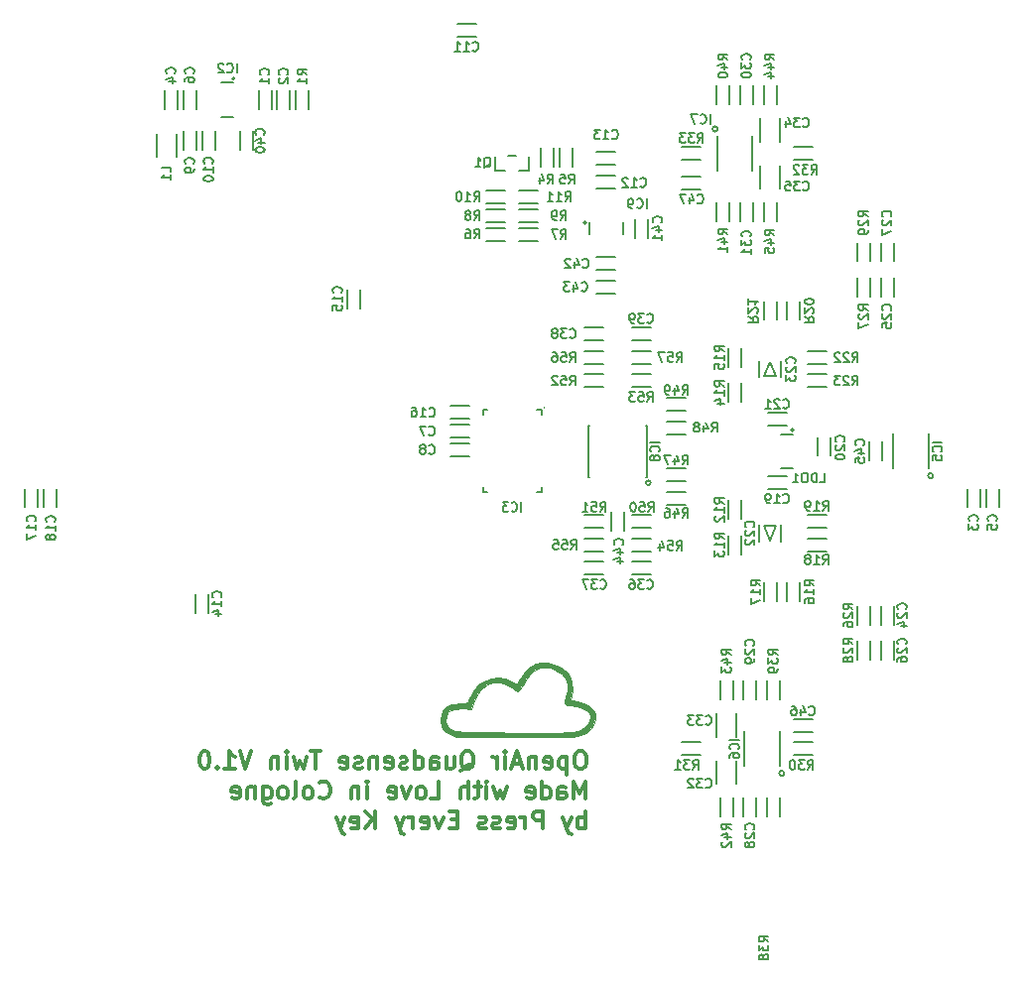
<source format=gbr>
G04 #@! TF.GenerationSoftware,KiCad,Pcbnew,5.1.5+dfsg1-2build2*
G04 #@! TF.CreationDate,2020-07-06T20:33:27+02:00*
G04 #@! TF.ProjectId,Quadsense,51756164-7365-46e7-9365-2e6b69636164,rev?*
G04 #@! TF.SameCoordinates,PX5f5e100PY2faf080*
G04 #@! TF.FileFunction,Legend,Bot*
G04 #@! TF.FilePolarity,Positive*
%FSLAX46Y46*%
G04 Gerber Fmt 4.6, Leading zero omitted, Abs format (unit mm)*
G04 Created by KiCad (PCBNEW 5.1.5+dfsg1-2build2) date 2020-07-06 20:33:27*
%MOMM*%
%LPD*%
G04 APERTURE LIST*
%ADD10C,0.300000*%
%ADD11C,0.150000*%
%ADD12C,0.200000*%
%ADD13C,0.010000*%
G04 APERTURE END LIST*
D10*
X50962142Y-75628571D02*
X50676428Y-75628571D01*
X50533571Y-75700000D01*
X50390714Y-75842857D01*
X50319285Y-76128571D01*
X50319285Y-76628571D01*
X50390714Y-76914285D01*
X50533571Y-77057142D01*
X50676428Y-77128571D01*
X50962142Y-77128571D01*
X51105000Y-77057142D01*
X51247857Y-76914285D01*
X51319285Y-76628571D01*
X51319285Y-76128571D01*
X51247857Y-75842857D01*
X51105000Y-75700000D01*
X50962142Y-75628571D01*
X49676428Y-76128571D02*
X49676428Y-77628571D01*
X49676428Y-76200000D02*
X49533571Y-76128571D01*
X49247857Y-76128571D01*
X49105000Y-76200000D01*
X49033571Y-76271428D01*
X48962142Y-76414285D01*
X48962142Y-76842857D01*
X49033571Y-76985714D01*
X49105000Y-77057142D01*
X49247857Y-77128571D01*
X49533571Y-77128571D01*
X49676428Y-77057142D01*
X47747857Y-77057142D02*
X47890714Y-77128571D01*
X48176428Y-77128571D01*
X48319285Y-77057142D01*
X48390714Y-76914285D01*
X48390714Y-76342857D01*
X48319285Y-76200000D01*
X48176428Y-76128571D01*
X47890714Y-76128571D01*
X47747857Y-76200000D01*
X47676428Y-76342857D01*
X47676428Y-76485714D01*
X48390714Y-76628571D01*
X47033571Y-76128571D02*
X47033571Y-77128571D01*
X47033571Y-76271428D02*
X46962142Y-76200000D01*
X46819285Y-76128571D01*
X46605000Y-76128571D01*
X46462142Y-76200000D01*
X46390714Y-76342857D01*
X46390714Y-77128571D01*
X45747857Y-76700000D02*
X45033571Y-76700000D01*
X45890714Y-77128571D02*
X45390714Y-75628571D01*
X44890714Y-77128571D01*
X44390714Y-77128571D02*
X44390714Y-76128571D01*
X44390714Y-75628571D02*
X44462142Y-75700000D01*
X44390714Y-75771428D01*
X44319285Y-75700000D01*
X44390714Y-75628571D01*
X44390714Y-75771428D01*
X43676428Y-77128571D02*
X43676428Y-76128571D01*
X43676428Y-76414285D02*
X43605000Y-76271428D01*
X43533571Y-76200000D01*
X43390714Y-76128571D01*
X43247857Y-76128571D01*
X40605000Y-77271428D02*
X40747857Y-77200000D01*
X40890714Y-77057142D01*
X41105000Y-76842857D01*
X41247857Y-76771428D01*
X41390714Y-76771428D01*
X41319285Y-77128571D02*
X41462142Y-77057142D01*
X41605000Y-76914285D01*
X41676428Y-76628571D01*
X41676428Y-76128571D01*
X41605000Y-75842857D01*
X41462142Y-75700000D01*
X41319285Y-75628571D01*
X41033571Y-75628571D01*
X40890714Y-75700000D01*
X40747857Y-75842857D01*
X40676428Y-76128571D01*
X40676428Y-76628571D01*
X40747857Y-76914285D01*
X40890714Y-77057142D01*
X41033571Y-77128571D01*
X41319285Y-77128571D01*
X39390714Y-76128571D02*
X39390714Y-77128571D01*
X40033571Y-76128571D02*
X40033571Y-76914285D01*
X39962142Y-77057142D01*
X39819285Y-77128571D01*
X39605000Y-77128571D01*
X39462142Y-77057142D01*
X39390714Y-76985714D01*
X38033571Y-77128571D02*
X38033571Y-76342857D01*
X38105000Y-76200000D01*
X38247857Y-76128571D01*
X38533571Y-76128571D01*
X38676428Y-76200000D01*
X38033571Y-77057142D02*
X38176428Y-77128571D01*
X38533571Y-77128571D01*
X38676428Y-77057142D01*
X38747857Y-76914285D01*
X38747857Y-76771428D01*
X38676428Y-76628571D01*
X38533571Y-76557142D01*
X38176428Y-76557142D01*
X38033571Y-76485714D01*
X36676428Y-77128571D02*
X36676428Y-75628571D01*
X36676428Y-77057142D02*
X36819285Y-77128571D01*
X37105000Y-77128571D01*
X37247857Y-77057142D01*
X37319285Y-76985714D01*
X37390714Y-76842857D01*
X37390714Y-76414285D01*
X37319285Y-76271428D01*
X37247857Y-76200000D01*
X37105000Y-76128571D01*
X36819285Y-76128571D01*
X36676428Y-76200000D01*
X36033571Y-77057142D02*
X35890714Y-77128571D01*
X35605000Y-77128571D01*
X35462142Y-77057142D01*
X35390714Y-76914285D01*
X35390714Y-76842857D01*
X35462142Y-76700000D01*
X35605000Y-76628571D01*
X35819285Y-76628571D01*
X35962142Y-76557142D01*
X36033571Y-76414285D01*
X36033571Y-76342857D01*
X35962142Y-76200000D01*
X35819285Y-76128571D01*
X35605000Y-76128571D01*
X35462142Y-76200000D01*
X34176428Y-77057142D02*
X34319285Y-77128571D01*
X34605000Y-77128571D01*
X34747857Y-77057142D01*
X34819285Y-76914285D01*
X34819285Y-76342857D01*
X34747857Y-76200000D01*
X34605000Y-76128571D01*
X34319285Y-76128571D01*
X34176428Y-76200000D01*
X34105000Y-76342857D01*
X34105000Y-76485714D01*
X34819285Y-76628571D01*
X33462142Y-76128571D02*
X33462142Y-77128571D01*
X33462142Y-76271428D02*
X33390714Y-76200000D01*
X33247857Y-76128571D01*
X33033571Y-76128571D01*
X32890714Y-76200000D01*
X32819285Y-76342857D01*
X32819285Y-77128571D01*
X32176428Y-77057142D02*
X32033571Y-77128571D01*
X31747857Y-77128571D01*
X31605000Y-77057142D01*
X31533571Y-76914285D01*
X31533571Y-76842857D01*
X31605000Y-76700000D01*
X31747857Y-76628571D01*
X31962142Y-76628571D01*
X32105000Y-76557142D01*
X32176428Y-76414285D01*
X32176428Y-76342857D01*
X32105000Y-76200000D01*
X31962142Y-76128571D01*
X31747857Y-76128571D01*
X31605000Y-76200000D01*
X30319285Y-77057142D02*
X30462142Y-77128571D01*
X30747857Y-77128571D01*
X30890714Y-77057142D01*
X30962142Y-76914285D01*
X30962142Y-76342857D01*
X30890714Y-76200000D01*
X30747857Y-76128571D01*
X30462142Y-76128571D01*
X30319285Y-76200000D01*
X30247857Y-76342857D01*
X30247857Y-76485714D01*
X30962142Y-76628571D01*
X28676428Y-75628571D02*
X27819285Y-75628571D01*
X28247857Y-77128571D02*
X28247857Y-75628571D01*
X27462142Y-76128571D02*
X27176428Y-77128571D01*
X26890714Y-76414285D01*
X26605000Y-77128571D01*
X26319285Y-76128571D01*
X25747857Y-77128571D02*
X25747857Y-76128571D01*
X25747857Y-75628571D02*
X25819285Y-75700000D01*
X25747857Y-75771428D01*
X25676428Y-75700000D01*
X25747857Y-75628571D01*
X25747857Y-75771428D01*
X25033571Y-76128571D02*
X25033571Y-77128571D01*
X25033571Y-76271428D02*
X24962142Y-76200000D01*
X24819285Y-76128571D01*
X24605000Y-76128571D01*
X24462142Y-76200000D01*
X24390714Y-76342857D01*
X24390714Y-77128571D01*
X22747857Y-75628571D02*
X22247857Y-77128571D01*
X21747857Y-75628571D01*
X20462142Y-77128571D02*
X21319285Y-77128571D01*
X20890714Y-77128571D02*
X20890714Y-75628571D01*
X21033571Y-75842857D01*
X21176428Y-75985714D01*
X21319285Y-76057142D01*
X19819285Y-76985714D02*
X19747857Y-77057142D01*
X19819285Y-77128571D01*
X19890714Y-77057142D01*
X19819285Y-76985714D01*
X19819285Y-77128571D01*
X18819285Y-75628571D02*
X18676428Y-75628571D01*
X18533571Y-75700000D01*
X18462142Y-75771428D01*
X18390714Y-75914285D01*
X18319285Y-76200000D01*
X18319285Y-76557142D01*
X18390714Y-76842857D01*
X18462142Y-76985714D01*
X18533571Y-77057142D01*
X18676428Y-77128571D01*
X18819285Y-77128571D01*
X18962142Y-77057142D01*
X19033571Y-76985714D01*
X19105000Y-76842857D01*
X19176428Y-76557142D01*
X19176428Y-76200000D01*
X19105000Y-75914285D01*
X19033571Y-75771428D01*
X18962142Y-75700000D01*
X18819285Y-75628571D01*
X51247857Y-79678571D02*
X51247857Y-78178571D01*
X50747857Y-79250000D01*
X50247857Y-78178571D01*
X50247857Y-79678571D01*
X48890714Y-79678571D02*
X48890714Y-78892857D01*
X48962142Y-78750000D01*
X49105000Y-78678571D01*
X49390714Y-78678571D01*
X49533571Y-78750000D01*
X48890714Y-79607142D02*
X49033571Y-79678571D01*
X49390714Y-79678571D01*
X49533571Y-79607142D01*
X49605000Y-79464285D01*
X49605000Y-79321428D01*
X49533571Y-79178571D01*
X49390714Y-79107142D01*
X49033571Y-79107142D01*
X48890714Y-79035714D01*
X47533571Y-79678571D02*
X47533571Y-78178571D01*
X47533571Y-79607142D02*
X47676428Y-79678571D01*
X47962142Y-79678571D01*
X48105000Y-79607142D01*
X48176428Y-79535714D01*
X48247857Y-79392857D01*
X48247857Y-78964285D01*
X48176428Y-78821428D01*
X48105000Y-78750000D01*
X47962142Y-78678571D01*
X47676428Y-78678571D01*
X47533571Y-78750000D01*
X46247857Y-79607142D02*
X46390714Y-79678571D01*
X46676428Y-79678571D01*
X46819285Y-79607142D01*
X46890714Y-79464285D01*
X46890714Y-78892857D01*
X46819285Y-78750000D01*
X46676428Y-78678571D01*
X46390714Y-78678571D01*
X46247857Y-78750000D01*
X46176428Y-78892857D01*
X46176428Y-79035714D01*
X46890714Y-79178571D01*
X44533571Y-78678571D02*
X44247857Y-79678571D01*
X43962142Y-78964285D01*
X43676428Y-79678571D01*
X43390714Y-78678571D01*
X42819285Y-79678571D02*
X42819285Y-78678571D01*
X42819285Y-78178571D02*
X42890714Y-78250000D01*
X42819285Y-78321428D01*
X42747857Y-78250000D01*
X42819285Y-78178571D01*
X42819285Y-78321428D01*
X42319285Y-78678571D02*
X41747857Y-78678571D01*
X42105000Y-78178571D02*
X42105000Y-79464285D01*
X42033571Y-79607142D01*
X41890714Y-79678571D01*
X41747857Y-79678571D01*
X41247857Y-79678571D02*
X41247857Y-78178571D01*
X40605000Y-79678571D02*
X40605000Y-78892857D01*
X40676428Y-78750000D01*
X40819285Y-78678571D01*
X41033571Y-78678571D01*
X41176428Y-78750000D01*
X41247857Y-78821428D01*
X38033571Y-79678571D02*
X38747857Y-79678571D01*
X38747857Y-78178571D01*
X37319285Y-79678571D02*
X37462142Y-79607142D01*
X37533571Y-79535714D01*
X37605000Y-79392857D01*
X37605000Y-78964285D01*
X37533571Y-78821428D01*
X37462142Y-78750000D01*
X37319285Y-78678571D01*
X37105000Y-78678571D01*
X36962142Y-78750000D01*
X36890714Y-78821428D01*
X36819285Y-78964285D01*
X36819285Y-79392857D01*
X36890714Y-79535714D01*
X36962142Y-79607142D01*
X37105000Y-79678571D01*
X37319285Y-79678571D01*
X36319285Y-78678571D02*
X35962142Y-79678571D01*
X35605000Y-78678571D01*
X34462142Y-79607142D02*
X34605000Y-79678571D01*
X34890714Y-79678571D01*
X35033571Y-79607142D01*
X35105000Y-79464285D01*
X35105000Y-78892857D01*
X35033571Y-78750000D01*
X34890714Y-78678571D01*
X34605000Y-78678571D01*
X34462142Y-78750000D01*
X34390714Y-78892857D01*
X34390714Y-79035714D01*
X35105000Y-79178571D01*
X32605000Y-79678571D02*
X32605000Y-78678571D01*
X32605000Y-78178571D02*
X32676428Y-78250000D01*
X32605000Y-78321428D01*
X32533571Y-78250000D01*
X32605000Y-78178571D01*
X32605000Y-78321428D01*
X31890714Y-78678571D02*
X31890714Y-79678571D01*
X31890714Y-78821428D02*
X31819285Y-78750000D01*
X31676428Y-78678571D01*
X31462142Y-78678571D01*
X31319285Y-78750000D01*
X31247857Y-78892857D01*
X31247857Y-79678571D01*
X28533571Y-79535714D02*
X28605000Y-79607142D01*
X28819285Y-79678571D01*
X28962142Y-79678571D01*
X29176428Y-79607142D01*
X29319285Y-79464285D01*
X29390714Y-79321428D01*
X29462142Y-79035714D01*
X29462142Y-78821428D01*
X29390714Y-78535714D01*
X29319285Y-78392857D01*
X29176428Y-78250000D01*
X28962142Y-78178571D01*
X28819285Y-78178571D01*
X28605000Y-78250000D01*
X28533571Y-78321428D01*
X27676428Y-79678571D02*
X27819285Y-79607142D01*
X27890714Y-79535714D01*
X27962142Y-79392857D01*
X27962142Y-78964285D01*
X27890714Y-78821428D01*
X27819285Y-78750000D01*
X27676428Y-78678571D01*
X27462142Y-78678571D01*
X27319285Y-78750000D01*
X27247857Y-78821428D01*
X27176428Y-78964285D01*
X27176428Y-79392857D01*
X27247857Y-79535714D01*
X27319285Y-79607142D01*
X27462142Y-79678571D01*
X27676428Y-79678571D01*
X26319285Y-79678571D02*
X26462142Y-79607142D01*
X26533571Y-79464285D01*
X26533571Y-78178571D01*
X25533571Y-79678571D02*
X25676428Y-79607142D01*
X25747857Y-79535714D01*
X25819285Y-79392857D01*
X25819285Y-78964285D01*
X25747857Y-78821428D01*
X25676428Y-78750000D01*
X25533571Y-78678571D01*
X25319285Y-78678571D01*
X25176428Y-78750000D01*
X25105000Y-78821428D01*
X25033571Y-78964285D01*
X25033571Y-79392857D01*
X25105000Y-79535714D01*
X25176428Y-79607142D01*
X25319285Y-79678571D01*
X25533571Y-79678571D01*
X23747857Y-78678571D02*
X23747857Y-79892857D01*
X23819285Y-80035714D01*
X23890714Y-80107142D01*
X24033571Y-80178571D01*
X24247857Y-80178571D01*
X24390714Y-80107142D01*
X23747857Y-79607142D02*
X23890714Y-79678571D01*
X24176428Y-79678571D01*
X24319285Y-79607142D01*
X24390714Y-79535714D01*
X24462142Y-79392857D01*
X24462142Y-78964285D01*
X24390714Y-78821428D01*
X24319285Y-78750000D01*
X24176428Y-78678571D01*
X23890714Y-78678571D01*
X23747857Y-78750000D01*
X23033571Y-78678571D02*
X23033571Y-79678571D01*
X23033571Y-78821428D02*
X22962142Y-78750000D01*
X22819285Y-78678571D01*
X22605000Y-78678571D01*
X22462142Y-78750000D01*
X22390714Y-78892857D01*
X22390714Y-79678571D01*
X21105000Y-79607142D02*
X21247857Y-79678571D01*
X21533571Y-79678571D01*
X21676428Y-79607142D01*
X21747857Y-79464285D01*
X21747857Y-78892857D01*
X21676428Y-78750000D01*
X21533571Y-78678571D01*
X21247857Y-78678571D01*
X21105000Y-78750000D01*
X21033571Y-78892857D01*
X21033571Y-79035714D01*
X21747857Y-79178571D01*
X51247857Y-82228571D02*
X51247857Y-80728571D01*
X51247857Y-81300000D02*
X51105000Y-81228571D01*
X50819285Y-81228571D01*
X50676428Y-81300000D01*
X50605000Y-81371428D01*
X50533571Y-81514285D01*
X50533571Y-81942857D01*
X50605000Y-82085714D01*
X50676428Y-82157142D01*
X50819285Y-82228571D01*
X51105000Y-82228571D01*
X51247857Y-82157142D01*
X50033571Y-81228571D02*
X49676428Y-82228571D01*
X49319285Y-81228571D02*
X49676428Y-82228571D01*
X49819285Y-82585714D01*
X49890714Y-82657142D01*
X50033571Y-82728571D01*
X47605000Y-82228571D02*
X47605000Y-80728571D01*
X47033571Y-80728571D01*
X46890714Y-80800000D01*
X46819285Y-80871428D01*
X46747857Y-81014285D01*
X46747857Y-81228571D01*
X46819285Y-81371428D01*
X46890714Y-81442857D01*
X47033571Y-81514285D01*
X47605000Y-81514285D01*
X46105000Y-82228571D02*
X46105000Y-81228571D01*
X46105000Y-81514285D02*
X46033571Y-81371428D01*
X45962142Y-81300000D01*
X45819285Y-81228571D01*
X45676428Y-81228571D01*
X44605000Y-82157142D02*
X44747857Y-82228571D01*
X45033571Y-82228571D01*
X45176428Y-82157142D01*
X45247857Y-82014285D01*
X45247857Y-81442857D01*
X45176428Y-81300000D01*
X45033571Y-81228571D01*
X44747857Y-81228571D01*
X44605000Y-81300000D01*
X44533571Y-81442857D01*
X44533571Y-81585714D01*
X45247857Y-81728571D01*
X43962142Y-82157142D02*
X43819285Y-82228571D01*
X43533571Y-82228571D01*
X43390714Y-82157142D01*
X43319285Y-82014285D01*
X43319285Y-81942857D01*
X43390714Y-81800000D01*
X43533571Y-81728571D01*
X43747857Y-81728571D01*
X43890714Y-81657142D01*
X43962142Y-81514285D01*
X43962142Y-81442857D01*
X43890714Y-81300000D01*
X43747857Y-81228571D01*
X43533571Y-81228571D01*
X43390714Y-81300000D01*
X42747857Y-82157142D02*
X42605000Y-82228571D01*
X42319285Y-82228571D01*
X42176428Y-82157142D01*
X42105000Y-82014285D01*
X42105000Y-81942857D01*
X42176428Y-81800000D01*
X42319285Y-81728571D01*
X42533571Y-81728571D01*
X42676428Y-81657142D01*
X42747857Y-81514285D01*
X42747857Y-81442857D01*
X42676428Y-81300000D01*
X42533571Y-81228571D01*
X42319285Y-81228571D01*
X42176428Y-81300000D01*
X40319285Y-81442857D02*
X39819285Y-81442857D01*
X39605000Y-82228571D02*
X40319285Y-82228571D01*
X40319285Y-80728571D01*
X39605000Y-80728571D01*
X39105000Y-81228571D02*
X38747857Y-82228571D01*
X38390714Y-81228571D01*
X37247857Y-82157142D02*
X37390714Y-82228571D01*
X37676428Y-82228571D01*
X37819285Y-82157142D01*
X37890714Y-82014285D01*
X37890714Y-81442857D01*
X37819285Y-81300000D01*
X37676428Y-81228571D01*
X37390714Y-81228571D01*
X37247857Y-81300000D01*
X37176428Y-81442857D01*
X37176428Y-81585714D01*
X37890714Y-81728571D01*
X36533571Y-82228571D02*
X36533571Y-81228571D01*
X36533571Y-81514285D02*
X36462142Y-81371428D01*
X36390714Y-81300000D01*
X36247857Y-81228571D01*
X36105000Y-81228571D01*
X35747857Y-81228571D02*
X35390714Y-82228571D01*
X35033571Y-81228571D02*
X35390714Y-82228571D01*
X35533571Y-82585714D01*
X35605000Y-82657142D01*
X35747857Y-82728571D01*
X33319285Y-82228571D02*
X33319285Y-80728571D01*
X32462142Y-82228571D02*
X33104999Y-81371428D01*
X32462142Y-80728571D02*
X33319285Y-81585714D01*
X31247857Y-82157142D02*
X31390714Y-82228571D01*
X31676428Y-82228571D01*
X31819285Y-82157142D01*
X31890714Y-82014285D01*
X31890714Y-81442857D01*
X31819285Y-81300000D01*
X31676428Y-81228571D01*
X31390714Y-81228571D01*
X31247857Y-81300000D01*
X31176428Y-81442857D01*
X31176428Y-81585714D01*
X31890714Y-81728571D01*
X30676428Y-81228571D02*
X30319285Y-82228571D01*
X29962142Y-81228571D02*
X30319285Y-82228571D01*
X30462142Y-82585714D01*
X30533571Y-82657142D01*
X30676428Y-82728571D01*
D11*
X61100000Y-27650000D02*
X59500000Y-27650000D01*
X61100000Y-26550000D02*
X59500000Y-26550000D01*
X69000000Y-72850000D02*
X70600000Y-72850000D01*
X69000000Y-73950000D02*
X70600000Y-73950000D01*
X76550000Y-49200000D02*
X76550000Y-50800000D01*
X75450000Y-49200000D02*
X75450000Y-50800000D01*
X54550000Y-55200000D02*
X54550000Y-56800000D01*
X53450000Y-55200000D02*
X53450000Y-56800000D01*
X51550000Y-30500000D02*
X51550000Y-31500000D01*
X54450000Y-30500000D02*
X54450000Y-31500000D01*
D12*
X51300000Y-30500000D02*
G75*
G03X51300000Y-30500000I-100000J0D01*
G01*
D11*
X52200000Y-35450000D02*
X53800000Y-35450000D01*
X52200000Y-36550000D02*
X53800000Y-36550000D01*
X52200000Y-33450000D02*
X53800000Y-33450000D01*
X52200000Y-34550000D02*
X53800000Y-34550000D01*
X55450000Y-31800000D02*
X55450000Y-30200000D01*
X56550000Y-31800000D02*
X56550000Y-30200000D01*
X21750000Y-24300000D02*
X21750000Y-22700000D01*
X22850000Y-24300000D02*
X22850000Y-22700000D01*
X52200000Y-24450000D02*
X53800000Y-24450000D01*
X52200000Y-25550000D02*
X53800000Y-25550000D01*
X52200000Y-26450000D02*
X53800000Y-26450000D01*
X52200000Y-27550000D02*
X53800000Y-27550000D01*
X64450000Y-18800000D02*
X64450000Y-20400000D01*
X65550000Y-18800000D02*
X65550000Y-20400000D01*
X59500000Y-75950000D02*
X61100000Y-75950000D01*
X59500000Y-74850000D02*
X61100000Y-74850000D01*
X76450000Y-67800000D02*
X76450000Y-66200000D01*
X77550000Y-67800000D02*
X77550000Y-66200000D01*
X66100000Y-43700000D02*
X66100000Y-42300000D01*
X67900000Y-43700000D02*
X67900000Y-42300000D01*
X67500000Y-43600000D02*
X66500000Y-43600000D01*
X66500000Y-43600000D02*
X67000000Y-42400000D01*
X67000000Y-42400000D02*
X67500000Y-43600000D01*
X67900000Y-56300000D02*
X67900000Y-57700000D01*
X66100000Y-56300000D02*
X66100000Y-57700000D01*
X66500000Y-56400000D02*
X67500000Y-56400000D01*
X67500000Y-56400000D02*
X67000000Y-57600000D01*
X67000000Y-57600000D02*
X66500000Y-56400000D01*
X51500000Y-47800000D02*
X51600000Y-47800000D01*
X51500000Y-52200000D02*
X51500000Y-47800000D01*
X51600000Y-52200000D02*
X51500000Y-52200000D01*
X56500000Y-52200000D02*
X56400000Y-52200000D01*
X56500000Y-47800000D02*
X56400000Y-47800000D01*
X56500000Y-52200000D02*
X56500000Y-47800000D01*
X56800000Y-52700000D02*
G75*
G03X56800000Y-52700000I-200000J0D01*
G01*
X56800000Y-42550000D02*
X55200000Y-42550000D01*
X56800000Y-41450000D02*
X55200000Y-41450000D01*
X51200000Y-41450000D02*
X52800000Y-41450000D01*
X51200000Y-42550000D02*
X52800000Y-42550000D01*
X51200000Y-57450000D02*
X52800000Y-57450000D01*
X51200000Y-58550000D02*
X52800000Y-58550000D01*
X56800000Y-58550000D02*
X55200000Y-58550000D01*
X56800000Y-57450000D02*
X55200000Y-57450000D01*
X55200000Y-43450000D02*
X56800000Y-43450000D01*
X55200000Y-44550000D02*
X56800000Y-44550000D01*
X52800000Y-44550000D02*
X51200000Y-44550000D01*
X52800000Y-43450000D02*
X51200000Y-43450000D01*
X52800000Y-56550000D02*
X51200000Y-56550000D01*
X52800000Y-55450000D02*
X51200000Y-55450000D01*
X55200000Y-55450000D02*
X56800000Y-55450000D01*
X55200000Y-56550000D02*
X56800000Y-56550000D01*
X59800000Y-45450000D02*
X58200000Y-45450000D01*
X59800000Y-46550000D02*
X58200000Y-46550000D01*
X59800000Y-47450000D02*
X58200000Y-47450000D01*
X59800000Y-48550000D02*
X58200000Y-48550000D01*
X59800000Y-52550000D02*
X58200000Y-52550000D01*
X59800000Y-51450000D02*
X58200000Y-51450000D01*
X59800000Y-54550000D02*
X58200000Y-54550000D01*
X59800000Y-53450000D02*
X58200000Y-53450000D01*
X67550000Y-30400000D02*
X67550000Y-28800000D01*
X66450000Y-30400000D02*
X66450000Y-28800000D01*
X66450000Y-18800000D02*
X66450000Y-20400000D01*
X67550000Y-18800000D02*
X67550000Y-20400000D01*
X63850000Y-69600000D02*
X63850000Y-71200000D01*
X62750000Y-69600000D02*
X62750000Y-71200000D01*
X62750000Y-81200000D02*
X62750000Y-79600000D01*
X63850000Y-81200000D02*
X63850000Y-79600000D01*
X62450000Y-28800000D02*
X62450000Y-30400000D01*
X63550000Y-28800000D02*
X63550000Y-30400000D01*
X63550000Y-20400000D02*
X63550000Y-18800000D01*
X62450000Y-20400000D02*
X62450000Y-18800000D01*
X66750000Y-71200000D02*
X66750000Y-69600000D01*
X67850000Y-71200000D02*
X67850000Y-69600000D01*
X67850000Y-79600000D02*
X67850000Y-81200000D01*
X66750000Y-79600000D02*
X66750000Y-81200000D01*
X59500000Y-25150000D02*
X61100000Y-25150000D01*
X59500000Y-24050000D02*
X61100000Y-24050000D01*
X70600000Y-24050000D02*
X69000000Y-24050000D01*
X70600000Y-25150000D02*
X69000000Y-25150000D01*
X70600000Y-74850000D02*
X69000000Y-74850000D01*
X70600000Y-75950000D02*
X69000000Y-75950000D01*
X75550000Y-33800000D02*
X75550000Y-32200000D01*
X74450000Y-33800000D02*
X74450000Y-32200000D01*
X74450000Y-66200000D02*
X74450000Y-67800000D01*
X75550000Y-66200000D02*
X75550000Y-67800000D01*
X75550000Y-36800000D02*
X75550000Y-35200000D01*
X74450000Y-36800000D02*
X74450000Y-35200000D01*
X74450000Y-63200000D02*
X74450000Y-64800000D01*
X75550000Y-63200000D02*
X75550000Y-64800000D01*
X70200000Y-44550000D02*
X71800000Y-44550000D01*
X70200000Y-43450000D02*
X71800000Y-43450000D01*
X70200000Y-42550000D02*
X71800000Y-42550000D01*
X70200000Y-41450000D02*
X71800000Y-41450000D01*
X67550000Y-38800000D02*
X67550000Y-37200000D01*
X66450000Y-38800000D02*
X66450000Y-37200000D01*
X69550000Y-38800000D02*
X69550000Y-37200000D01*
X68450000Y-38800000D02*
X68450000Y-37200000D01*
X70200000Y-56550000D02*
X71800000Y-56550000D01*
X70200000Y-55450000D02*
X71800000Y-55450000D01*
X70200000Y-58550000D02*
X71800000Y-58550000D01*
X70200000Y-57450000D02*
X71800000Y-57450000D01*
X66450000Y-61200000D02*
X66450000Y-62800000D01*
X67550000Y-61200000D02*
X67550000Y-62800000D01*
X68450000Y-61200000D02*
X68450000Y-62800000D01*
X69550000Y-61200000D02*
X69550000Y-62800000D01*
X64550000Y-42800000D02*
X64550000Y-41200000D01*
X63450000Y-42800000D02*
X63450000Y-41200000D01*
X64550000Y-45800000D02*
X64550000Y-44200000D01*
X63450000Y-45800000D02*
X63450000Y-44200000D01*
X63450000Y-57200000D02*
X63450000Y-58800000D01*
X64550000Y-57200000D02*
X64550000Y-58800000D01*
X63450000Y-54200000D02*
X63450000Y-55800000D01*
X64550000Y-54200000D02*
X64550000Y-55800000D01*
D12*
X69000000Y-48200000D02*
G75*
G03X69000000Y-48200000I-100000J0D01*
G01*
D11*
X68900000Y-51450000D02*
X67900000Y-51450000D01*
X68900000Y-48550000D02*
X67900000Y-48550000D01*
X62523607Y-22500000D02*
G75*
G03X62523607Y-22500000I-223607J0D01*
G01*
X65500000Y-23100000D02*
X65500000Y-26100000D01*
X62500000Y-23100000D02*
X62500000Y-26100000D01*
X67800000Y-76900000D02*
X67800000Y-73900000D01*
X64800000Y-76900000D02*
X64800000Y-73900000D01*
X68223607Y-77500000D02*
G75*
G03X68223607Y-77500000I-223607J0D01*
G01*
X80923607Y-52100000D02*
G75*
G03X80923607Y-52100000I-223607J0D01*
G01*
X77500000Y-51500000D02*
X77500000Y-48500000D01*
X80500000Y-51500000D02*
X80500000Y-48500000D01*
X55200000Y-39450000D02*
X56800000Y-39450000D01*
X55200000Y-40550000D02*
X56800000Y-40550000D01*
X52800000Y-40550000D02*
X51200000Y-40550000D01*
X52800000Y-39450000D02*
X51200000Y-39450000D01*
X52800000Y-60550000D02*
X51200000Y-60550000D01*
X52800000Y-59450000D02*
X51200000Y-59450000D01*
X55200000Y-59450000D02*
X56800000Y-59450000D01*
X55200000Y-60550000D02*
X56800000Y-60550000D01*
X67850000Y-27600000D02*
X67850000Y-25600000D01*
X66150000Y-27600000D02*
X66150000Y-25600000D01*
X66150000Y-21600000D02*
X66150000Y-23600000D01*
X67850000Y-21600000D02*
X67850000Y-23600000D01*
X64150000Y-72400000D02*
X64150000Y-74400000D01*
X62450000Y-72400000D02*
X62450000Y-74400000D01*
X62450000Y-78400000D02*
X62450000Y-76400000D01*
X64150000Y-78400000D02*
X64150000Y-76400000D01*
X65550000Y-30400000D02*
X65550000Y-28800000D01*
X64450000Y-30400000D02*
X64450000Y-28800000D01*
X65850000Y-69600000D02*
X65850000Y-71200000D01*
X64750000Y-69600000D02*
X64750000Y-71200000D01*
X64750000Y-81200000D02*
X64750000Y-79600000D01*
X65850000Y-81200000D02*
X65850000Y-79600000D01*
X76450000Y-32200000D02*
X76450000Y-33800000D01*
X77550000Y-32200000D02*
X77550000Y-33800000D01*
X77550000Y-36800000D02*
X77550000Y-35200000D01*
X76450000Y-36800000D02*
X76450000Y-35200000D01*
X76450000Y-63200000D02*
X76450000Y-64800000D01*
X77550000Y-63200000D02*
X77550000Y-64800000D01*
X66800000Y-47850000D02*
X68400000Y-47850000D01*
X66800000Y-46750000D02*
X68400000Y-46750000D01*
X71050000Y-48800000D02*
X71050000Y-50400000D01*
X72150000Y-48800000D02*
X72150000Y-50400000D01*
X68400000Y-52150000D02*
X66800000Y-52150000D01*
X68400000Y-53250000D02*
X66800000Y-53250000D01*
X50150000Y-25700000D02*
X50150000Y-24100000D01*
X49050000Y-25700000D02*
X49050000Y-24100000D01*
X45600000Y-30450000D02*
X47200000Y-30450000D01*
X45600000Y-29350000D02*
X47200000Y-29350000D01*
X47500000Y-53500000D02*
X47100000Y-53500000D01*
X47500000Y-53100000D02*
X47500000Y-53500000D01*
X42500000Y-53500000D02*
X42500000Y-53100000D01*
X42900000Y-53500000D02*
X42500000Y-53500000D01*
X42500000Y-46500000D02*
X42500000Y-46900000D01*
X42900000Y-46500000D02*
X42500000Y-46500000D01*
X47500000Y-46500000D02*
X47100000Y-46500000D01*
X47500000Y-46900000D02*
X47500000Y-46500000D01*
X47750000Y-46300000D02*
G75*
G03X47750000Y-46300000I-50000J0D01*
G01*
X23350000Y-19200000D02*
X23350000Y-20800000D01*
X24450000Y-19200000D02*
X24450000Y-20800000D01*
X24950000Y-19200000D02*
X24950000Y-20800000D01*
X26050000Y-19200000D02*
X26050000Y-20800000D01*
X83850000Y-53200000D02*
X83850000Y-54800000D01*
X84950000Y-53200000D02*
X84950000Y-54800000D01*
X15350000Y-19200000D02*
X15350000Y-20800000D01*
X16450000Y-19200000D02*
X16450000Y-20800000D01*
X85450000Y-53200000D02*
X85450000Y-54800000D01*
X86550000Y-53200000D02*
X86550000Y-54800000D01*
X16950000Y-19200000D02*
X16950000Y-20800000D01*
X18050000Y-19200000D02*
X18050000Y-20800000D01*
X41300000Y-47750000D02*
X39700000Y-47750000D01*
X41300000Y-48850000D02*
X39700000Y-48850000D01*
X18050000Y-24300000D02*
X18050000Y-22700000D01*
X16950000Y-24300000D02*
X16950000Y-22700000D01*
X19650000Y-24300000D02*
X19650000Y-22700000D01*
X18550000Y-24300000D02*
X18550000Y-22700000D01*
X40300000Y-14650000D02*
X41900000Y-14650000D01*
X40300000Y-13550000D02*
X41900000Y-13550000D01*
X17950000Y-62200000D02*
X17950000Y-63800000D01*
X19050000Y-62200000D02*
X19050000Y-63800000D01*
X32050000Y-37800000D02*
X32050000Y-36200000D01*
X30950000Y-37800000D02*
X30950000Y-36200000D01*
X41300000Y-46150000D02*
X39700000Y-46150000D01*
X41300000Y-47250000D02*
X39700000Y-47250000D01*
D12*
X21300000Y-18200000D02*
G75*
G03X21300000Y-18200000I-100000J0D01*
G01*
D11*
X21200000Y-21450000D02*
X20200000Y-21450000D01*
X21200000Y-18550000D02*
X20200000Y-18550000D01*
X44650000Y-24750000D02*
X45350000Y-24750000D01*
X43550000Y-26050000D02*
X44400000Y-26050000D01*
X46450000Y-26050000D02*
X45600000Y-26050000D01*
X46450000Y-24900000D02*
X46450000Y-26050000D01*
X43550000Y-24900000D02*
X43550000Y-26050000D01*
X27650000Y-20800000D02*
X27650000Y-19200000D01*
X26550000Y-20800000D02*
X26550000Y-19200000D01*
X48550000Y-25700000D02*
X48550000Y-24100000D01*
X47450000Y-25700000D02*
X47450000Y-24100000D01*
X42800000Y-32050000D02*
X44400000Y-32050000D01*
X42800000Y-30950000D02*
X44400000Y-30950000D01*
X45600000Y-32050000D02*
X47200000Y-32050000D01*
X45600000Y-30950000D02*
X47200000Y-30950000D01*
X42800000Y-30450000D02*
X44400000Y-30450000D01*
X42800000Y-29350000D02*
X44400000Y-29350000D01*
X42800000Y-28850000D02*
X44400000Y-28850000D01*
X42800000Y-27750000D02*
X44400000Y-27750000D01*
X45600000Y-28850000D02*
X47200000Y-28850000D01*
X45600000Y-27750000D02*
X47200000Y-27750000D01*
X41300000Y-49350000D02*
X39700000Y-49350000D01*
X41300000Y-50450000D02*
X39700000Y-50450000D01*
X3450000Y-53200000D02*
X3450000Y-54800000D01*
X4550000Y-53200000D02*
X4550000Y-54800000D01*
X5050000Y-53200000D02*
X5050000Y-54800000D01*
X6150000Y-53200000D02*
X6150000Y-54800000D01*
X14650000Y-22900000D02*
X14650000Y-24900000D01*
X16350000Y-22900000D02*
X16350000Y-24900000D01*
D13*
G36*
X47030848Y-68168569D02*
G01*
X47008561Y-68177639D01*
X46611712Y-68412153D01*
X46208354Y-68772907D01*
X45837123Y-69222936D01*
X45700391Y-69429175D01*
X45396820Y-69920999D01*
X44940523Y-69663481D01*
X44367854Y-69430457D01*
X43767557Y-69347938D01*
X43171595Y-69412597D01*
X42611930Y-69621106D01*
X42136393Y-69955424D01*
X41928977Y-70184451D01*
X41711595Y-70485744D01*
X41511645Y-70813086D01*
X41356522Y-71120262D01*
X41273621Y-71361057D01*
X41266734Y-71422476D01*
X41184288Y-71476951D01*
X40945665Y-71520705D01*
X40563809Y-71551462D01*
X40521069Y-71553601D01*
X40101148Y-71584460D01*
X39801675Y-71636466D01*
X39574108Y-71719952D01*
X39471749Y-71776959D01*
X39145464Y-72070250D01*
X38957652Y-72460194D01*
X38909262Y-72944651D01*
X38914908Y-73035526D01*
X38996610Y-73459570D01*
X39179051Y-73782256D01*
X39489577Y-74042632D01*
X39704734Y-74163333D01*
X40123667Y-74375000D01*
X45246000Y-74394710D01*
X46313852Y-74398507D01*
X47225961Y-74400833D01*
X47995916Y-74401375D01*
X48637302Y-74399817D01*
X49163708Y-74395844D01*
X49588720Y-74389142D01*
X49925926Y-74379395D01*
X50188913Y-74366288D01*
X50391268Y-74349507D01*
X50546578Y-74328737D01*
X50668431Y-74303662D01*
X50770413Y-74273968D01*
X50793437Y-74266120D01*
X51325119Y-74024948D01*
X51707588Y-73721163D01*
X51942673Y-73367376D01*
X52081081Y-72896312D01*
X52070896Y-72694511D01*
X51649721Y-72694511D01*
X51617962Y-73073093D01*
X51433879Y-73403835D01*
X51110516Y-73675327D01*
X50660918Y-73876160D01*
X50174397Y-73984932D01*
X49970304Y-74001061D01*
X49622245Y-74013845D01*
X49149413Y-74023440D01*
X48571002Y-74030000D01*
X47906206Y-74033682D01*
X47174218Y-74034640D01*
X46394233Y-74033031D01*
X45585443Y-74029010D01*
X44767042Y-74022732D01*
X43958224Y-74014353D01*
X43178183Y-74004029D01*
X42446113Y-73991914D01*
X41781206Y-73978164D01*
X41202657Y-73962935D01*
X40729660Y-73946382D01*
X40381407Y-73928661D01*
X40177093Y-73909928D01*
X40145032Y-73903687D01*
X39751434Y-73731114D01*
X39473855Y-73468118D01*
X39332874Y-73137507D01*
X39319333Y-72988496D01*
X39363257Y-72591219D01*
X39504178Y-72299951D01*
X39755825Y-72105420D01*
X40131925Y-71998349D01*
X40646204Y-71969465D01*
X40820504Y-71974278D01*
X41538955Y-72004333D01*
X41684634Y-71538666D01*
X41848414Y-71075888D01*
X42023924Y-70728024D01*
X42242350Y-70441777D01*
X42440526Y-70246771D01*
X42896581Y-69941715D01*
X43407524Y-69783965D01*
X43945664Y-69772994D01*
X44483309Y-69908277D01*
X44992769Y-70189286D01*
X45131222Y-70297908D01*
X45326091Y-70440140D01*
X45483095Y-70517203D01*
X45512222Y-70521785D01*
X45603176Y-70449906D01*
X45731588Y-70262247D01*
X45869764Y-69999327D01*
X45870631Y-69997465D01*
X46144457Y-69522822D01*
X46487456Y-69101094D01*
X46866231Y-68765341D01*
X47247380Y-68548624D01*
X47376803Y-68506598D01*
X47798205Y-68448145D01*
X48208110Y-68502959D01*
X48662874Y-68679433D01*
X48717333Y-68706271D01*
X49191748Y-69021463D01*
X49516207Y-69413913D01*
X49689104Y-69879240D01*
X49708839Y-70413060D01*
X49573805Y-71010992D01*
X49567474Y-71029507D01*
X49475942Y-71354421D01*
X49484042Y-71558134D01*
X49607653Y-71666614D01*
X49862652Y-71705830D01*
X49982333Y-71708000D01*
X50415110Y-71746427D01*
X50838023Y-71850098D01*
X51196241Y-72001599D01*
X51417412Y-72163815D01*
X51558137Y-72388717D01*
X51645463Y-72664999D01*
X51649721Y-72694511D01*
X52070896Y-72694511D01*
X52059244Y-72463672D01*
X51884155Y-72081316D01*
X51562806Y-71761102D01*
X51102189Y-71514891D01*
X50791743Y-71415243D01*
X50497218Y-71344939D01*
X50251514Y-71297535D01*
X50135042Y-71284666D01*
X50038088Y-71262757D01*
X50014050Y-71166798D01*
X50046997Y-70967166D01*
X50120151Y-70307391D01*
X50053617Y-69703523D01*
X49851950Y-69174494D01*
X49519705Y-68739237D01*
X49508254Y-68728286D01*
X49082661Y-68419187D01*
X48575187Y-68198327D01*
X48032768Y-68076043D01*
X47502343Y-68062678D01*
X47030848Y-68168569D01*
G37*
X47030848Y-68168569D02*
X47008561Y-68177639D01*
X46611712Y-68412153D01*
X46208354Y-68772907D01*
X45837123Y-69222936D01*
X45700391Y-69429175D01*
X45396820Y-69920999D01*
X44940523Y-69663481D01*
X44367854Y-69430457D01*
X43767557Y-69347938D01*
X43171595Y-69412597D01*
X42611930Y-69621106D01*
X42136393Y-69955424D01*
X41928977Y-70184451D01*
X41711595Y-70485744D01*
X41511645Y-70813086D01*
X41356522Y-71120262D01*
X41273621Y-71361057D01*
X41266734Y-71422476D01*
X41184288Y-71476951D01*
X40945665Y-71520705D01*
X40563809Y-71551462D01*
X40521069Y-71553601D01*
X40101148Y-71584460D01*
X39801675Y-71636466D01*
X39574108Y-71719952D01*
X39471749Y-71776959D01*
X39145464Y-72070250D01*
X38957652Y-72460194D01*
X38909262Y-72944651D01*
X38914908Y-73035526D01*
X38996610Y-73459570D01*
X39179051Y-73782256D01*
X39489577Y-74042632D01*
X39704734Y-74163333D01*
X40123667Y-74375000D01*
X45246000Y-74394710D01*
X46313852Y-74398507D01*
X47225961Y-74400833D01*
X47995916Y-74401375D01*
X48637302Y-74399817D01*
X49163708Y-74395844D01*
X49588720Y-74389142D01*
X49925926Y-74379395D01*
X50188913Y-74366288D01*
X50391268Y-74349507D01*
X50546578Y-74328737D01*
X50668431Y-74303662D01*
X50770413Y-74273968D01*
X50793437Y-74266120D01*
X51325119Y-74024948D01*
X51707588Y-73721163D01*
X51942673Y-73367376D01*
X52081081Y-72896312D01*
X52070896Y-72694511D01*
X51649721Y-72694511D01*
X51617962Y-73073093D01*
X51433879Y-73403835D01*
X51110516Y-73675327D01*
X50660918Y-73876160D01*
X50174397Y-73984932D01*
X49970304Y-74001061D01*
X49622245Y-74013845D01*
X49149413Y-74023440D01*
X48571002Y-74030000D01*
X47906206Y-74033682D01*
X47174218Y-74034640D01*
X46394233Y-74033031D01*
X45585443Y-74029010D01*
X44767042Y-74022732D01*
X43958224Y-74014353D01*
X43178183Y-74004029D01*
X42446113Y-73991914D01*
X41781206Y-73978164D01*
X41202657Y-73962935D01*
X40729660Y-73946382D01*
X40381407Y-73928661D01*
X40177093Y-73909928D01*
X40145032Y-73903687D01*
X39751434Y-73731114D01*
X39473855Y-73468118D01*
X39332874Y-73137507D01*
X39319333Y-72988496D01*
X39363257Y-72591219D01*
X39504178Y-72299951D01*
X39755825Y-72105420D01*
X40131925Y-71998349D01*
X40646204Y-71969465D01*
X40820504Y-71974278D01*
X41538955Y-72004333D01*
X41684634Y-71538666D01*
X41848414Y-71075888D01*
X42023924Y-70728024D01*
X42242350Y-70441777D01*
X42440526Y-70246771D01*
X42896581Y-69941715D01*
X43407524Y-69783965D01*
X43945664Y-69772994D01*
X44483309Y-69908277D01*
X44992769Y-70189286D01*
X45131222Y-70297908D01*
X45326091Y-70440140D01*
X45483095Y-70517203D01*
X45512222Y-70521785D01*
X45603176Y-70449906D01*
X45731588Y-70262247D01*
X45869764Y-69999327D01*
X45870631Y-69997465D01*
X46144457Y-69522822D01*
X46487456Y-69101094D01*
X46866231Y-68765341D01*
X47247380Y-68548624D01*
X47376803Y-68506598D01*
X47798205Y-68448145D01*
X48208110Y-68502959D01*
X48662874Y-68679433D01*
X48717333Y-68706271D01*
X49191748Y-69021463D01*
X49516207Y-69413913D01*
X49689104Y-69879240D01*
X49708839Y-70413060D01*
X49573805Y-71010992D01*
X49567474Y-71029507D01*
X49475942Y-71354421D01*
X49484042Y-71558134D01*
X49607653Y-71666614D01*
X49862652Y-71705830D01*
X49982333Y-71708000D01*
X50415110Y-71746427D01*
X50838023Y-71850098D01*
X51196241Y-72001599D01*
X51417412Y-72163815D01*
X51558137Y-72388717D01*
X51645463Y-72664999D01*
X51649721Y-72694511D01*
X52070896Y-72694511D01*
X52059244Y-72463672D01*
X51884155Y-72081316D01*
X51562806Y-71761102D01*
X51102189Y-71514891D01*
X50791743Y-71415243D01*
X50497218Y-71344939D01*
X50251514Y-71297535D01*
X50135042Y-71284666D01*
X50038088Y-71262757D01*
X50014050Y-71166798D01*
X50046997Y-70967166D01*
X50120151Y-70307391D01*
X50053617Y-69703523D01*
X49851950Y-69174494D01*
X49519705Y-68739237D01*
X49508254Y-68728286D01*
X49082661Y-68419187D01*
X48575187Y-68198327D01*
X48032768Y-68076043D01*
X47502343Y-68062678D01*
X47030848Y-68168569D01*
D11*
X60814285Y-28785714D02*
X60852380Y-28823809D01*
X60966666Y-28861904D01*
X61042857Y-28861904D01*
X61157142Y-28823809D01*
X61233333Y-28747619D01*
X61271428Y-28671428D01*
X61309523Y-28519047D01*
X61309523Y-28404761D01*
X61271428Y-28252380D01*
X61233333Y-28176190D01*
X61157142Y-28100000D01*
X61042857Y-28061904D01*
X60966666Y-28061904D01*
X60852380Y-28100000D01*
X60814285Y-28138095D01*
X60128571Y-28328571D02*
X60128571Y-28861904D01*
X60319047Y-28023809D02*
X60509523Y-28595238D01*
X60014285Y-28595238D01*
X59785714Y-28061904D02*
X59252380Y-28061904D01*
X59595238Y-28861904D01*
X70314285Y-72485714D02*
X70352380Y-72523809D01*
X70466666Y-72561904D01*
X70542857Y-72561904D01*
X70657142Y-72523809D01*
X70733333Y-72447619D01*
X70771428Y-72371428D01*
X70809523Y-72219047D01*
X70809523Y-72104761D01*
X70771428Y-71952380D01*
X70733333Y-71876190D01*
X70657142Y-71800000D01*
X70542857Y-71761904D01*
X70466666Y-71761904D01*
X70352380Y-71800000D01*
X70314285Y-71838095D01*
X69628571Y-72028571D02*
X69628571Y-72561904D01*
X69819047Y-71723809D02*
X70009523Y-72295238D01*
X69514285Y-72295238D01*
X68866666Y-71761904D02*
X69019047Y-71761904D01*
X69095238Y-71800000D01*
X69133333Y-71838095D01*
X69209523Y-71952380D01*
X69247619Y-72104761D01*
X69247619Y-72409523D01*
X69209523Y-72485714D01*
X69171428Y-72523809D01*
X69095238Y-72561904D01*
X68942857Y-72561904D01*
X68866666Y-72523809D01*
X68828571Y-72485714D01*
X68790476Y-72409523D01*
X68790476Y-72219047D01*
X68828571Y-72142857D01*
X68866666Y-72104761D01*
X68942857Y-72066666D01*
X69095238Y-72066666D01*
X69171428Y-72104761D01*
X69209523Y-72142857D01*
X69247619Y-72219047D01*
X74985714Y-49485714D02*
X75023809Y-49447619D01*
X75061904Y-49333333D01*
X75061904Y-49257142D01*
X75023809Y-49142857D01*
X74947619Y-49066666D01*
X74871428Y-49028571D01*
X74719047Y-48990476D01*
X74604761Y-48990476D01*
X74452380Y-49028571D01*
X74376190Y-49066666D01*
X74300000Y-49142857D01*
X74261904Y-49257142D01*
X74261904Y-49333333D01*
X74300000Y-49447619D01*
X74338095Y-49485714D01*
X74528571Y-50171428D02*
X75061904Y-50171428D01*
X74223809Y-49980952D02*
X74795238Y-49790476D01*
X74795238Y-50285714D01*
X74261904Y-50971428D02*
X74261904Y-50590476D01*
X74642857Y-50552380D01*
X74604761Y-50590476D01*
X74566666Y-50666666D01*
X74566666Y-50857142D01*
X74604761Y-50933333D01*
X74642857Y-50971428D01*
X74719047Y-51009523D01*
X74909523Y-51009523D01*
X74985714Y-50971428D01*
X75023809Y-50933333D01*
X75061904Y-50857142D01*
X75061904Y-50666666D01*
X75023809Y-50590476D01*
X74985714Y-50552380D01*
X54385714Y-57985714D02*
X54423809Y-57947619D01*
X54461904Y-57833333D01*
X54461904Y-57757142D01*
X54423809Y-57642857D01*
X54347619Y-57566666D01*
X54271428Y-57528571D01*
X54119047Y-57490476D01*
X54004761Y-57490476D01*
X53852380Y-57528571D01*
X53776190Y-57566666D01*
X53700000Y-57642857D01*
X53661904Y-57757142D01*
X53661904Y-57833333D01*
X53700000Y-57947619D01*
X53738095Y-57985714D01*
X53928571Y-58671428D02*
X54461904Y-58671428D01*
X53623809Y-58480952D02*
X54195238Y-58290476D01*
X54195238Y-58785714D01*
X53928571Y-59433333D02*
X54461904Y-59433333D01*
X53623809Y-59242857D02*
X54195238Y-59052380D01*
X54195238Y-59547619D01*
X56480952Y-29261904D02*
X56480952Y-28461904D01*
X55642857Y-29185714D02*
X55680952Y-29223809D01*
X55795238Y-29261904D01*
X55871428Y-29261904D01*
X55985714Y-29223809D01*
X56061904Y-29147619D01*
X56100000Y-29071428D01*
X56138095Y-28919047D01*
X56138095Y-28804761D01*
X56100000Y-28652380D01*
X56061904Y-28576190D01*
X55985714Y-28500000D01*
X55871428Y-28461904D01*
X55795238Y-28461904D01*
X55680952Y-28500000D01*
X55642857Y-28538095D01*
X55261904Y-29261904D02*
X55109523Y-29261904D01*
X55033333Y-29223809D01*
X54995238Y-29185714D01*
X54919047Y-29071428D01*
X54880952Y-28919047D01*
X54880952Y-28614285D01*
X54919047Y-28538095D01*
X54957142Y-28500000D01*
X55033333Y-28461904D01*
X55185714Y-28461904D01*
X55261904Y-28500000D01*
X55300000Y-28538095D01*
X55338095Y-28614285D01*
X55338095Y-28804761D01*
X55300000Y-28880952D01*
X55261904Y-28919047D01*
X55185714Y-28957142D01*
X55033333Y-28957142D01*
X54957142Y-28919047D01*
X54919047Y-28880952D01*
X54880952Y-28804761D01*
X50914285Y-36285714D02*
X50952380Y-36323809D01*
X51066666Y-36361904D01*
X51142857Y-36361904D01*
X51257142Y-36323809D01*
X51333333Y-36247619D01*
X51371428Y-36171428D01*
X51409523Y-36019047D01*
X51409523Y-35904761D01*
X51371428Y-35752380D01*
X51333333Y-35676190D01*
X51257142Y-35600000D01*
X51142857Y-35561904D01*
X51066666Y-35561904D01*
X50952380Y-35600000D01*
X50914285Y-35638095D01*
X50228571Y-35828571D02*
X50228571Y-36361904D01*
X50419047Y-35523809D02*
X50609523Y-36095238D01*
X50114285Y-36095238D01*
X49885714Y-35561904D02*
X49390476Y-35561904D01*
X49657142Y-35866666D01*
X49542857Y-35866666D01*
X49466666Y-35904761D01*
X49428571Y-35942857D01*
X49390476Y-36019047D01*
X49390476Y-36209523D01*
X49428571Y-36285714D01*
X49466666Y-36323809D01*
X49542857Y-36361904D01*
X49771428Y-36361904D01*
X49847619Y-36323809D01*
X49885714Y-36285714D01*
X51014285Y-34285714D02*
X51052380Y-34323809D01*
X51166666Y-34361904D01*
X51242857Y-34361904D01*
X51357142Y-34323809D01*
X51433333Y-34247619D01*
X51471428Y-34171428D01*
X51509523Y-34019047D01*
X51509523Y-33904761D01*
X51471428Y-33752380D01*
X51433333Y-33676190D01*
X51357142Y-33600000D01*
X51242857Y-33561904D01*
X51166666Y-33561904D01*
X51052380Y-33600000D01*
X51014285Y-33638095D01*
X50328571Y-33828571D02*
X50328571Y-34361904D01*
X50519047Y-33523809D02*
X50709523Y-34095238D01*
X50214285Y-34095238D01*
X49947619Y-33638095D02*
X49909523Y-33600000D01*
X49833333Y-33561904D01*
X49642857Y-33561904D01*
X49566666Y-33600000D01*
X49528571Y-33638095D01*
X49490476Y-33714285D01*
X49490476Y-33790476D01*
X49528571Y-33904761D01*
X49985714Y-34361904D01*
X49490476Y-34361904D01*
X57685714Y-30485714D02*
X57723809Y-30447619D01*
X57761904Y-30333333D01*
X57761904Y-30257142D01*
X57723809Y-30142857D01*
X57647619Y-30066666D01*
X57571428Y-30028571D01*
X57419047Y-29990476D01*
X57304761Y-29990476D01*
X57152380Y-30028571D01*
X57076190Y-30066666D01*
X57000000Y-30142857D01*
X56961904Y-30257142D01*
X56961904Y-30333333D01*
X57000000Y-30447619D01*
X57038095Y-30485714D01*
X57228571Y-31171428D02*
X57761904Y-31171428D01*
X56923809Y-30980952D02*
X57495238Y-30790476D01*
X57495238Y-31285714D01*
X57761904Y-32009523D02*
X57761904Y-31552380D01*
X57761904Y-31780952D02*
X56961904Y-31780952D01*
X57076190Y-31704761D01*
X57152380Y-31628571D01*
X57190476Y-31552380D01*
X23785714Y-22985714D02*
X23823809Y-22947619D01*
X23861904Y-22833333D01*
X23861904Y-22757142D01*
X23823809Y-22642857D01*
X23747619Y-22566666D01*
X23671428Y-22528571D01*
X23519047Y-22490476D01*
X23404761Y-22490476D01*
X23252380Y-22528571D01*
X23176190Y-22566666D01*
X23100000Y-22642857D01*
X23061904Y-22757142D01*
X23061904Y-22833333D01*
X23100000Y-22947619D01*
X23138095Y-22985714D01*
X23328571Y-23671428D02*
X23861904Y-23671428D01*
X23023809Y-23480952D02*
X23595238Y-23290476D01*
X23595238Y-23785714D01*
X23061904Y-24242857D02*
X23061904Y-24319047D01*
X23100000Y-24395238D01*
X23138095Y-24433333D01*
X23214285Y-24471428D01*
X23366666Y-24509523D01*
X23557142Y-24509523D01*
X23709523Y-24471428D01*
X23785714Y-24433333D01*
X23823809Y-24395238D01*
X23861904Y-24319047D01*
X23861904Y-24242857D01*
X23823809Y-24166666D01*
X23785714Y-24128571D01*
X23709523Y-24090476D01*
X23557142Y-24052380D01*
X23366666Y-24052380D01*
X23214285Y-24090476D01*
X23138095Y-24128571D01*
X23100000Y-24166666D01*
X23061904Y-24242857D01*
X53514285Y-23285714D02*
X53552380Y-23323809D01*
X53666666Y-23361904D01*
X53742857Y-23361904D01*
X53857142Y-23323809D01*
X53933333Y-23247619D01*
X53971428Y-23171428D01*
X54009523Y-23019047D01*
X54009523Y-22904761D01*
X53971428Y-22752380D01*
X53933333Y-22676190D01*
X53857142Y-22600000D01*
X53742857Y-22561904D01*
X53666666Y-22561904D01*
X53552380Y-22600000D01*
X53514285Y-22638095D01*
X52752380Y-23361904D02*
X53209523Y-23361904D01*
X52980952Y-23361904D02*
X52980952Y-22561904D01*
X53057142Y-22676190D01*
X53133333Y-22752380D01*
X53209523Y-22790476D01*
X52485714Y-22561904D02*
X51990476Y-22561904D01*
X52257142Y-22866666D01*
X52142857Y-22866666D01*
X52066666Y-22904761D01*
X52028571Y-22942857D01*
X51990476Y-23019047D01*
X51990476Y-23209523D01*
X52028571Y-23285714D01*
X52066666Y-23323809D01*
X52142857Y-23361904D01*
X52371428Y-23361904D01*
X52447619Y-23323809D01*
X52485714Y-23285714D01*
X55914285Y-27385714D02*
X55952380Y-27423809D01*
X56066666Y-27461904D01*
X56142857Y-27461904D01*
X56257142Y-27423809D01*
X56333333Y-27347619D01*
X56371428Y-27271428D01*
X56409523Y-27119047D01*
X56409523Y-27004761D01*
X56371428Y-26852380D01*
X56333333Y-26776190D01*
X56257142Y-26700000D01*
X56142857Y-26661904D01*
X56066666Y-26661904D01*
X55952380Y-26700000D01*
X55914285Y-26738095D01*
X55152380Y-27461904D02*
X55609523Y-27461904D01*
X55380952Y-27461904D02*
X55380952Y-26661904D01*
X55457142Y-26776190D01*
X55533333Y-26852380D01*
X55609523Y-26890476D01*
X54847619Y-26738095D02*
X54809523Y-26700000D01*
X54733333Y-26661904D01*
X54542857Y-26661904D01*
X54466666Y-26700000D01*
X54428571Y-26738095D01*
X54390476Y-26814285D01*
X54390476Y-26890476D01*
X54428571Y-27004761D01*
X54885714Y-27461904D01*
X54390476Y-27461904D01*
X65285714Y-16585714D02*
X65323809Y-16547619D01*
X65361904Y-16433333D01*
X65361904Y-16357142D01*
X65323809Y-16242857D01*
X65247619Y-16166666D01*
X65171428Y-16128571D01*
X65019047Y-16090476D01*
X64904761Y-16090476D01*
X64752380Y-16128571D01*
X64676190Y-16166666D01*
X64600000Y-16242857D01*
X64561904Y-16357142D01*
X64561904Y-16433333D01*
X64600000Y-16547619D01*
X64638095Y-16585714D01*
X64561904Y-16852380D02*
X64561904Y-17347619D01*
X64866666Y-17080952D01*
X64866666Y-17195238D01*
X64904761Y-17271428D01*
X64942857Y-17309523D01*
X65019047Y-17347619D01*
X65209523Y-17347619D01*
X65285714Y-17309523D01*
X65323809Y-17271428D01*
X65361904Y-17195238D01*
X65361904Y-16966666D01*
X65323809Y-16890476D01*
X65285714Y-16852380D01*
X64561904Y-17842857D02*
X64561904Y-17919047D01*
X64600000Y-17995238D01*
X64638095Y-18033333D01*
X64714285Y-18071428D01*
X64866666Y-18109523D01*
X65057142Y-18109523D01*
X65209523Y-18071428D01*
X65285714Y-18033333D01*
X65323809Y-17995238D01*
X65361904Y-17919047D01*
X65361904Y-17842857D01*
X65323809Y-17766666D01*
X65285714Y-17728571D01*
X65209523Y-17690476D01*
X65057142Y-17652380D01*
X64866666Y-17652380D01*
X64714285Y-17690476D01*
X64638095Y-17728571D01*
X64600000Y-17766666D01*
X64561904Y-17842857D01*
X60414285Y-77161904D02*
X60680952Y-76780952D01*
X60871428Y-77161904D02*
X60871428Y-76361904D01*
X60566666Y-76361904D01*
X60490476Y-76400000D01*
X60452380Y-76438095D01*
X60414285Y-76514285D01*
X60414285Y-76628571D01*
X60452380Y-76704761D01*
X60490476Y-76742857D01*
X60566666Y-76780952D01*
X60871428Y-76780952D01*
X60147619Y-76361904D02*
X59652380Y-76361904D01*
X59919047Y-76666666D01*
X59804761Y-76666666D01*
X59728571Y-76704761D01*
X59690476Y-76742857D01*
X59652380Y-76819047D01*
X59652380Y-77009523D01*
X59690476Y-77085714D01*
X59728571Y-77123809D01*
X59804761Y-77161904D01*
X60033333Y-77161904D01*
X60109523Y-77123809D01*
X60147619Y-77085714D01*
X58890476Y-77161904D02*
X59347619Y-77161904D01*
X59119047Y-77161904D02*
X59119047Y-76361904D01*
X59195238Y-76476190D01*
X59271428Y-76552380D01*
X59347619Y-76590476D01*
X78585714Y-66485714D02*
X78623809Y-66447619D01*
X78661904Y-66333333D01*
X78661904Y-66257142D01*
X78623809Y-66142857D01*
X78547619Y-66066666D01*
X78471428Y-66028571D01*
X78319047Y-65990476D01*
X78204761Y-65990476D01*
X78052380Y-66028571D01*
X77976190Y-66066666D01*
X77900000Y-66142857D01*
X77861904Y-66257142D01*
X77861904Y-66333333D01*
X77900000Y-66447619D01*
X77938095Y-66485714D01*
X77938095Y-66790476D02*
X77900000Y-66828571D01*
X77861904Y-66904761D01*
X77861904Y-67095238D01*
X77900000Y-67171428D01*
X77938095Y-67209523D01*
X78014285Y-67247619D01*
X78090476Y-67247619D01*
X78204761Y-67209523D01*
X78661904Y-66752380D01*
X78661904Y-67247619D01*
X77861904Y-67933333D02*
X77861904Y-67780952D01*
X77900000Y-67704761D01*
X77938095Y-67666666D01*
X78052380Y-67590476D01*
X78204761Y-67552380D01*
X78509523Y-67552380D01*
X78585714Y-67590476D01*
X78623809Y-67628571D01*
X78661904Y-67704761D01*
X78661904Y-67857142D01*
X78623809Y-67933333D01*
X78585714Y-67971428D01*
X78509523Y-68009523D01*
X78319047Y-68009523D01*
X78242857Y-67971428D01*
X78204761Y-67933333D01*
X78166666Y-67857142D01*
X78166666Y-67704761D01*
X78204761Y-67628571D01*
X78242857Y-67590476D01*
X78319047Y-67552380D01*
X69085714Y-42485714D02*
X69123809Y-42447619D01*
X69161904Y-42333333D01*
X69161904Y-42257142D01*
X69123809Y-42142857D01*
X69047619Y-42066666D01*
X68971428Y-42028571D01*
X68819047Y-41990476D01*
X68704761Y-41990476D01*
X68552380Y-42028571D01*
X68476190Y-42066666D01*
X68400000Y-42142857D01*
X68361904Y-42257142D01*
X68361904Y-42333333D01*
X68400000Y-42447619D01*
X68438095Y-42485714D01*
X68438095Y-42790476D02*
X68400000Y-42828571D01*
X68361904Y-42904761D01*
X68361904Y-43095238D01*
X68400000Y-43171428D01*
X68438095Y-43209523D01*
X68514285Y-43247619D01*
X68590476Y-43247619D01*
X68704761Y-43209523D01*
X69161904Y-42752380D01*
X69161904Y-43247619D01*
X68361904Y-43514285D02*
X68361904Y-44009523D01*
X68666666Y-43742857D01*
X68666666Y-43857142D01*
X68704761Y-43933333D01*
X68742857Y-43971428D01*
X68819047Y-44009523D01*
X69009523Y-44009523D01*
X69085714Y-43971428D01*
X69123809Y-43933333D01*
X69161904Y-43857142D01*
X69161904Y-43628571D01*
X69123809Y-43552380D01*
X69085714Y-43514285D01*
X65585714Y-56485714D02*
X65623809Y-56447619D01*
X65661904Y-56333333D01*
X65661904Y-56257142D01*
X65623809Y-56142857D01*
X65547619Y-56066666D01*
X65471428Y-56028571D01*
X65319047Y-55990476D01*
X65204761Y-55990476D01*
X65052380Y-56028571D01*
X64976190Y-56066666D01*
X64900000Y-56142857D01*
X64861904Y-56257142D01*
X64861904Y-56333333D01*
X64900000Y-56447619D01*
X64938095Y-56485714D01*
X64938095Y-56790476D02*
X64900000Y-56828571D01*
X64861904Y-56904761D01*
X64861904Y-57095238D01*
X64900000Y-57171428D01*
X64938095Y-57209523D01*
X65014285Y-57247619D01*
X65090476Y-57247619D01*
X65204761Y-57209523D01*
X65661904Y-56752380D01*
X65661904Y-57247619D01*
X64938095Y-57552380D02*
X64900000Y-57590476D01*
X64861904Y-57666666D01*
X64861904Y-57857142D01*
X64900000Y-57933333D01*
X64938095Y-57971428D01*
X65014285Y-58009523D01*
X65090476Y-58009523D01*
X65204761Y-57971428D01*
X65661904Y-57514285D01*
X65661904Y-58009523D01*
X57561904Y-49219047D02*
X56761904Y-49219047D01*
X57485714Y-50057142D02*
X57523809Y-50019047D01*
X57561904Y-49904761D01*
X57561904Y-49828571D01*
X57523809Y-49714285D01*
X57447619Y-49638095D01*
X57371428Y-49600000D01*
X57219047Y-49561904D01*
X57104761Y-49561904D01*
X56952380Y-49600000D01*
X56876190Y-49638095D01*
X56800000Y-49714285D01*
X56761904Y-49828571D01*
X56761904Y-49904761D01*
X56800000Y-50019047D01*
X56838095Y-50057142D01*
X57104761Y-50514285D02*
X57066666Y-50438095D01*
X57028571Y-50400000D01*
X56952380Y-50361904D01*
X56914285Y-50361904D01*
X56838095Y-50400000D01*
X56800000Y-50438095D01*
X56761904Y-50514285D01*
X56761904Y-50666666D01*
X56800000Y-50742857D01*
X56838095Y-50780952D01*
X56914285Y-50819047D01*
X56952380Y-50819047D01*
X57028571Y-50780952D01*
X57066666Y-50742857D01*
X57104761Y-50666666D01*
X57104761Y-50514285D01*
X57142857Y-50438095D01*
X57180952Y-50400000D01*
X57257142Y-50361904D01*
X57409523Y-50361904D01*
X57485714Y-50400000D01*
X57523809Y-50438095D01*
X57561904Y-50514285D01*
X57561904Y-50666666D01*
X57523809Y-50742857D01*
X57485714Y-50780952D01*
X57409523Y-50819047D01*
X57257142Y-50819047D01*
X57180952Y-50780952D01*
X57142857Y-50742857D01*
X57104761Y-50666666D01*
X59014285Y-42361904D02*
X59280952Y-41980952D01*
X59471428Y-42361904D02*
X59471428Y-41561904D01*
X59166666Y-41561904D01*
X59090476Y-41600000D01*
X59052380Y-41638095D01*
X59014285Y-41714285D01*
X59014285Y-41828571D01*
X59052380Y-41904761D01*
X59090476Y-41942857D01*
X59166666Y-41980952D01*
X59471428Y-41980952D01*
X58290476Y-41561904D02*
X58671428Y-41561904D01*
X58709523Y-41942857D01*
X58671428Y-41904761D01*
X58595238Y-41866666D01*
X58404761Y-41866666D01*
X58328571Y-41904761D01*
X58290476Y-41942857D01*
X58252380Y-42019047D01*
X58252380Y-42209523D01*
X58290476Y-42285714D01*
X58328571Y-42323809D01*
X58404761Y-42361904D01*
X58595238Y-42361904D01*
X58671428Y-42323809D01*
X58709523Y-42285714D01*
X57985714Y-41561904D02*
X57452380Y-41561904D01*
X57795238Y-42361904D01*
X49914285Y-42361904D02*
X50180952Y-41980952D01*
X50371428Y-42361904D02*
X50371428Y-41561904D01*
X50066666Y-41561904D01*
X49990476Y-41600000D01*
X49952380Y-41638095D01*
X49914285Y-41714285D01*
X49914285Y-41828571D01*
X49952380Y-41904761D01*
X49990476Y-41942857D01*
X50066666Y-41980952D01*
X50371428Y-41980952D01*
X49190476Y-41561904D02*
X49571428Y-41561904D01*
X49609523Y-41942857D01*
X49571428Y-41904761D01*
X49495238Y-41866666D01*
X49304761Y-41866666D01*
X49228571Y-41904761D01*
X49190476Y-41942857D01*
X49152380Y-42019047D01*
X49152380Y-42209523D01*
X49190476Y-42285714D01*
X49228571Y-42323809D01*
X49304761Y-42361904D01*
X49495238Y-42361904D01*
X49571428Y-42323809D01*
X49609523Y-42285714D01*
X48466666Y-41561904D02*
X48619047Y-41561904D01*
X48695238Y-41600000D01*
X48733333Y-41638095D01*
X48809523Y-41752380D01*
X48847619Y-41904761D01*
X48847619Y-42209523D01*
X48809523Y-42285714D01*
X48771428Y-42323809D01*
X48695238Y-42361904D01*
X48542857Y-42361904D01*
X48466666Y-42323809D01*
X48428571Y-42285714D01*
X48390476Y-42209523D01*
X48390476Y-42019047D01*
X48428571Y-41942857D01*
X48466666Y-41904761D01*
X48542857Y-41866666D01*
X48695238Y-41866666D01*
X48771428Y-41904761D01*
X48809523Y-41942857D01*
X48847619Y-42019047D01*
X50014285Y-58361904D02*
X50280952Y-57980952D01*
X50471428Y-58361904D02*
X50471428Y-57561904D01*
X50166666Y-57561904D01*
X50090476Y-57600000D01*
X50052380Y-57638095D01*
X50014285Y-57714285D01*
X50014285Y-57828571D01*
X50052380Y-57904761D01*
X50090476Y-57942857D01*
X50166666Y-57980952D01*
X50471428Y-57980952D01*
X49290476Y-57561904D02*
X49671428Y-57561904D01*
X49709523Y-57942857D01*
X49671428Y-57904761D01*
X49595238Y-57866666D01*
X49404761Y-57866666D01*
X49328571Y-57904761D01*
X49290476Y-57942857D01*
X49252380Y-58019047D01*
X49252380Y-58209523D01*
X49290476Y-58285714D01*
X49328571Y-58323809D01*
X49404761Y-58361904D01*
X49595238Y-58361904D01*
X49671428Y-58323809D01*
X49709523Y-58285714D01*
X48528571Y-57561904D02*
X48909523Y-57561904D01*
X48947619Y-57942857D01*
X48909523Y-57904761D01*
X48833333Y-57866666D01*
X48642857Y-57866666D01*
X48566666Y-57904761D01*
X48528571Y-57942857D01*
X48490476Y-58019047D01*
X48490476Y-58209523D01*
X48528571Y-58285714D01*
X48566666Y-58323809D01*
X48642857Y-58361904D01*
X48833333Y-58361904D01*
X48909523Y-58323809D01*
X48947619Y-58285714D01*
X59014285Y-58461904D02*
X59280952Y-58080952D01*
X59471428Y-58461904D02*
X59471428Y-57661904D01*
X59166666Y-57661904D01*
X59090476Y-57700000D01*
X59052380Y-57738095D01*
X59014285Y-57814285D01*
X59014285Y-57928571D01*
X59052380Y-58004761D01*
X59090476Y-58042857D01*
X59166666Y-58080952D01*
X59471428Y-58080952D01*
X58290476Y-57661904D02*
X58671428Y-57661904D01*
X58709523Y-58042857D01*
X58671428Y-58004761D01*
X58595238Y-57966666D01*
X58404761Y-57966666D01*
X58328571Y-58004761D01*
X58290476Y-58042857D01*
X58252380Y-58119047D01*
X58252380Y-58309523D01*
X58290476Y-58385714D01*
X58328571Y-58423809D01*
X58404761Y-58461904D01*
X58595238Y-58461904D01*
X58671428Y-58423809D01*
X58709523Y-58385714D01*
X57566666Y-57928571D02*
X57566666Y-58461904D01*
X57757142Y-57623809D02*
X57947619Y-58195238D01*
X57452380Y-58195238D01*
X56514285Y-45761904D02*
X56780952Y-45380952D01*
X56971428Y-45761904D02*
X56971428Y-44961904D01*
X56666666Y-44961904D01*
X56590476Y-45000000D01*
X56552380Y-45038095D01*
X56514285Y-45114285D01*
X56514285Y-45228571D01*
X56552380Y-45304761D01*
X56590476Y-45342857D01*
X56666666Y-45380952D01*
X56971428Y-45380952D01*
X55790476Y-44961904D02*
X56171428Y-44961904D01*
X56209523Y-45342857D01*
X56171428Y-45304761D01*
X56095238Y-45266666D01*
X55904761Y-45266666D01*
X55828571Y-45304761D01*
X55790476Y-45342857D01*
X55752380Y-45419047D01*
X55752380Y-45609523D01*
X55790476Y-45685714D01*
X55828571Y-45723809D01*
X55904761Y-45761904D01*
X56095238Y-45761904D01*
X56171428Y-45723809D01*
X56209523Y-45685714D01*
X55485714Y-44961904D02*
X54990476Y-44961904D01*
X55257142Y-45266666D01*
X55142857Y-45266666D01*
X55066666Y-45304761D01*
X55028571Y-45342857D01*
X54990476Y-45419047D01*
X54990476Y-45609523D01*
X55028571Y-45685714D01*
X55066666Y-45723809D01*
X55142857Y-45761904D01*
X55371428Y-45761904D01*
X55447619Y-45723809D01*
X55485714Y-45685714D01*
X49914285Y-44361904D02*
X50180952Y-43980952D01*
X50371428Y-44361904D02*
X50371428Y-43561904D01*
X50066666Y-43561904D01*
X49990476Y-43600000D01*
X49952380Y-43638095D01*
X49914285Y-43714285D01*
X49914285Y-43828571D01*
X49952380Y-43904761D01*
X49990476Y-43942857D01*
X50066666Y-43980952D01*
X50371428Y-43980952D01*
X49190476Y-43561904D02*
X49571428Y-43561904D01*
X49609523Y-43942857D01*
X49571428Y-43904761D01*
X49495238Y-43866666D01*
X49304761Y-43866666D01*
X49228571Y-43904761D01*
X49190476Y-43942857D01*
X49152380Y-44019047D01*
X49152380Y-44209523D01*
X49190476Y-44285714D01*
X49228571Y-44323809D01*
X49304761Y-44361904D01*
X49495238Y-44361904D01*
X49571428Y-44323809D01*
X49609523Y-44285714D01*
X48847619Y-43638095D02*
X48809523Y-43600000D01*
X48733333Y-43561904D01*
X48542857Y-43561904D01*
X48466666Y-43600000D01*
X48428571Y-43638095D01*
X48390476Y-43714285D01*
X48390476Y-43790476D01*
X48428571Y-43904761D01*
X48885714Y-44361904D01*
X48390476Y-44361904D01*
X52514285Y-55161904D02*
X52780952Y-54780952D01*
X52971428Y-55161904D02*
X52971428Y-54361904D01*
X52666666Y-54361904D01*
X52590476Y-54400000D01*
X52552380Y-54438095D01*
X52514285Y-54514285D01*
X52514285Y-54628571D01*
X52552380Y-54704761D01*
X52590476Y-54742857D01*
X52666666Y-54780952D01*
X52971428Y-54780952D01*
X51790476Y-54361904D02*
X52171428Y-54361904D01*
X52209523Y-54742857D01*
X52171428Y-54704761D01*
X52095238Y-54666666D01*
X51904761Y-54666666D01*
X51828571Y-54704761D01*
X51790476Y-54742857D01*
X51752380Y-54819047D01*
X51752380Y-55009523D01*
X51790476Y-55085714D01*
X51828571Y-55123809D01*
X51904761Y-55161904D01*
X52095238Y-55161904D01*
X52171428Y-55123809D01*
X52209523Y-55085714D01*
X50990476Y-55161904D02*
X51447619Y-55161904D01*
X51219047Y-55161904D02*
X51219047Y-54361904D01*
X51295238Y-54476190D01*
X51371428Y-54552380D01*
X51447619Y-54590476D01*
X56614285Y-55161904D02*
X56880952Y-54780952D01*
X57071428Y-55161904D02*
X57071428Y-54361904D01*
X56766666Y-54361904D01*
X56690476Y-54400000D01*
X56652380Y-54438095D01*
X56614285Y-54514285D01*
X56614285Y-54628571D01*
X56652380Y-54704761D01*
X56690476Y-54742857D01*
X56766666Y-54780952D01*
X57071428Y-54780952D01*
X55890476Y-54361904D02*
X56271428Y-54361904D01*
X56309523Y-54742857D01*
X56271428Y-54704761D01*
X56195238Y-54666666D01*
X56004761Y-54666666D01*
X55928571Y-54704761D01*
X55890476Y-54742857D01*
X55852380Y-54819047D01*
X55852380Y-55009523D01*
X55890476Y-55085714D01*
X55928571Y-55123809D01*
X56004761Y-55161904D01*
X56195238Y-55161904D01*
X56271428Y-55123809D01*
X56309523Y-55085714D01*
X55357142Y-54361904D02*
X55280952Y-54361904D01*
X55204761Y-54400000D01*
X55166666Y-54438095D01*
X55128571Y-54514285D01*
X55090476Y-54666666D01*
X55090476Y-54857142D01*
X55128571Y-55009523D01*
X55166666Y-55085714D01*
X55204761Y-55123809D01*
X55280952Y-55161904D01*
X55357142Y-55161904D01*
X55433333Y-55123809D01*
X55471428Y-55085714D01*
X55509523Y-55009523D01*
X55547619Y-54857142D01*
X55547619Y-54666666D01*
X55509523Y-54514285D01*
X55471428Y-54438095D01*
X55433333Y-54400000D01*
X55357142Y-54361904D01*
X59514285Y-45161904D02*
X59780952Y-44780952D01*
X59971428Y-45161904D02*
X59971428Y-44361904D01*
X59666666Y-44361904D01*
X59590476Y-44400000D01*
X59552380Y-44438095D01*
X59514285Y-44514285D01*
X59514285Y-44628571D01*
X59552380Y-44704761D01*
X59590476Y-44742857D01*
X59666666Y-44780952D01*
X59971428Y-44780952D01*
X58828571Y-44628571D02*
X58828571Y-45161904D01*
X59019047Y-44323809D02*
X59209523Y-44895238D01*
X58714285Y-44895238D01*
X58371428Y-45161904D02*
X58219047Y-45161904D01*
X58142857Y-45123809D01*
X58104761Y-45085714D01*
X58028571Y-44971428D01*
X57990476Y-44819047D01*
X57990476Y-44514285D01*
X58028571Y-44438095D01*
X58066666Y-44400000D01*
X58142857Y-44361904D01*
X58295238Y-44361904D01*
X58371428Y-44400000D01*
X58409523Y-44438095D01*
X58447619Y-44514285D01*
X58447619Y-44704761D01*
X58409523Y-44780952D01*
X58371428Y-44819047D01*
X58295238Y-44857142D01*
X58142857Y-44857142D01*
X58066666Y-44819047D01*
X58028571Y-44780952D01*
X57990476Y-44704761D01*
X62014285Y-48361904D02*
X62280952Y-47980952D01*
X62471428Y-48361904D02*
X62471428Y-47561904D01*
X62166666Y-47561904D01*
X62090476Y-47600000D01*
X62052380Y-47638095D01*
X62014285Y-47714285D01*
X62014285Y-47828571D01*
X62052380Y-47904761D01*
X62090476Y-47942857D01*
X62166666Y-47980952D01*
X62471428Y-47980952D01*
X61328571Y-47828571D02*
X61328571Y-48361904D01*
X61519047Y-47523809D02*
X61709523Y-48095238D01*
X61214285Y-48095238D01*
X60795238Y-47904761D02*
X60871428Y-47866666D01*
X60909523Y-47828571D01*
X60947619Y-47752380D01*
X60947619Y-47714285D01*
X60909523Y-47638095D01*
X60871428Y-47600000D01*
X60795238Y-47561904D01*
X60642857Y-47561904D01*
X60566666Y-47600000D01*
X60528571Y-47638095D01*
X60490476Y-47714285D01*
X60490476Y-47752380D01*
X60528571Y-47828571D01*
X60566666Y-47866666D01*
X60642857Y-47904761D01*
X60795238Y-47904761D01*
X60871428Y-47942857D01*
X60909523Y-47980952D01*
X60947619Y-48057142D01*
X60947619Y-48209523D01*
X60909523Y-48285714D01*
X60871428Y-48323809D01*
X60795238Y-48361904D01*
X60642857Y-48361904D01*
X60566666Y-48323809D01*
X60528571Y-48285714D01*
X60490476Y-48209523D01*
X60490476Y-48057142D01*
X60528571Y-47980952D01*
X60566666Y-47942857D01*
X60642857Y-47904761D01*
X59514285Y-51161904D02*
X59780952Y-50780952D01*
X59971428Y-51161904D02*
X59971428Y-50361904D01*
X59666666Y-50361904D01*
X59590476Y-50400000D01*
X59552380Y-50438095D01*
X59514285Y-50514285D01*
X59514285Y-50628571D01*
X59552380Y-50704761D01*
X59590476Y-50742857D01*
X59666666Y-50780952D01*
X59971428Y-50780952D01*
X58828571Y-50628571D02*
X58828571Y-51161904D01*
X59019047Y-50323809D02*
X59209523Y-50895238D01*
X58714285Y-50895238D01*
X58485714Y-50361904D02*
X57952380Y-50361904D01*
X58295238Y-51161904D01*
X59514285Y-55661904D02*
X59780952Y-55280952D01*
X59971428Y-55661904D02*
X59971428Y-54861904D01*
X59666666Y-54861904D01*
X59590476Y-54900000D01*
X59552380Y-54938095D01*
X59514285Y-55014285D01*
X59514285Y-55128571D01*
X59552380Y-55204761D01*
X59590476Y-55242857D01*
X59666666Y-55280952D01*
X59971428Y-55280952D01*
X58828571Y-55128571D02*
X58828571Y-55661904D01*
X59019047Y-54823809D02*
X59209523Y-55395238D01*
X58714285Y-55395238D01*
X58066666Y-54861904D02*
X58219047Y-54861904D01*
X58295238Y-54900000D01*
X58333333Y-54938095D01*
X58409523Y-55052380D01*
X58447619Y-55204761D01*
X58447619Y-55509523D01*
X58409523Y-55585714D01*
X58371428Y-55623809D01*
X58295238Y-55661904D01*
X58142857Y-55661904D01*
X58066666Y-55623809D01*
X58028571Y-55585714D01*
X57990476Y-55509523D01*
X57990476Y-55319047D01*
X58028571Y-55242857D01*
X58066666Y-55204761D01*
X58142857Y-55166666D01*
X58295238Y-55166666D01*
X58371428Y-55204761D01*
X58409523Y-55242857D01*
X58447619Y-55319047D01*
X67361904Y-31585714D02*
X66980952Y-31319047D01*
X67361904Y-31128571D02*
X66561904Y-31128571D01*
X66561904Y-31433333D01*
X66600000Y-31509523D01*
X66638095Y-31547619D01*
X66714285Y-31585714D01*
X66828571Y-31585714D01*
X66904761Y-31547619D01*
X66942857Y-31509523D01*
X66980952Y-31433333D01*
X66980952Y-31128571D01*
X66828571Y-32271428D02*
X67361904Y-32271428D01*
X66523809Y-32080952D02*
X67095238Y-31890476D01*
X67095238Y-32385714D01*
X66561904Y-33071428D02*
X66561904Y-32690476D01*
X66942857Y-32652380D01*
X66904761Y-32690476D01*
X66866666Y-32766666D01*
X66866666Y-32957142D01*
X66904761Y-33033333D01*
X66942857Y-33071428D01*
X67019047Y-33109523D01*
X67209523Y-33109523D01*
X67285714Y-33071428D01*
X67323809Y-33033333D01*
X67361904Y-32957142D01*
X67361904Y-32766666D01*
X67323809Y-32690476D01*
X67285714Y-32652380D01*
X67361904Y-16585714D02*
X66980952Y-16319047D01*
X67361904Y-16128571D02*
X66561904Y-16128571D01*
X66561904Y-16433333D01*
X66600000Y-16509523D01*
X66638095Y-16547619D01*
X66714285Y-16585714D01*
X66828571Y-16585714D01*
X66904761Y-16547619D01*
X66942857Y-16509523D01*
X66980952Y-16433333D01*
X66980952Y-16128571D01*
X66828571Y-17271428D02*
X67361904Y-17271428D01*
X66523809Y-17080952D02*
X67095238Y-16890476D01*
X67095238Y-17385714D01*
X66828571Y-18033333D02*
X67361904Y-18033333D01*
X66523809Y-17842857D02*
X67095238Y-17652380D01*
X67095238Y-18147619D01*
X63661904Y-67385714D02*
X63280952Y-67119047D01*
X63661904Y-66928571D02*
X62861904Y-66928571D01*
X62861904Y-67233333D01*
X62900000Y-67309523D01*
X62938095Y-67347619D01*
X63014285Y-67385714D01*
X63128571Y-67385714D01*
X63204761Y-67347619D01*
X63242857Y-67309523D01*
X63280952Y-67233333D01*
X63280952Y-66928571D01*
X63128571Y-68071428D02*
X63661904Y-68071428D01*
X62823809Y-67880952D02*
X63395238Y-67690476D01*
X63395238Y-68185714D01*
X62861904Y-68414285D02*
X62861904Y-68909523D01*
X63166666Y-68642857D01*
X63166666Y-68757142D01*
X63204761Y-68833333D01*
X63242857Y-68871428D01*
X63319047Y-68909523D01*
X63509523Y-68909523D01*
X63585714Y-68871428D01*
X63623809Y-68833333D01*
X63661904Y-68757142D01*
X63661904Y-68528571D01*
X63623809Y-68452380D01*
X63585714Y-68414285D01*
X63661904Y-82285714D02*
X63280952Y-82019047D01*
X63661904Y-81828571D02*
X62861904Y-81828571D01*
X62861904Y-82133333D01*
X62900000Y-82209523D01*
X62938095Y-82247619D01*
X63014285Y-82285714D01*
X63128571Y-82285714D01*
X63204761Y-82247619D01*
X63242857Y-82209523D01*
X63280952Y-82133333D01*
X63280952Y-81828571D01*
X63128571Y-82971428D02*
X63661904Y-82971428D01*
X62823809Y-82780952D02*
X63395238Y-82590476D01*
X63395238Y-83085714D01*
X62938095Y-83352380D02*
X62900000Y-83390476D01*
X62861904Y-83466666D01*
X62861904Y-83657142D01*
X62900000Y-83733333D01*
X62938095Y-83771428D01*
X63014285Y-83809523D01*
X63090476Y-83809523D01*
X63204761Y-83771428D01*
X63661904Y-83314285D01*
X63661904Y-83809523D01*
X63361904Y-31485714D02*
X62980952Y-31219047D01*
X63361904Y-31028571D02*
X62561904Y-31028571D01*
X62561904Y-31333333D01*
X62600000Y-31409523D01*
X62638095Y-31447619D01*
X62714285Y-31485714D01*
X62828571Y-31485714D01*
X62904761Y-31447619D01*
X62942857Y-31409523D01*
X62980952Y-31333333D01*
X62980952Y-31028571D01*
X62828571Y-32171428D02*
X63361904Y-32171428D01*
X62523809Y-31980952D02*
X63095238Y-31790476D01*
X63095238Y-32285714D01*
X63361904Y-33009523D02*
X63361904Y-32552380D01*
X63361904Y-32780952D02*
X62561904Y-32780952D01*
X62676190Y-32704761D01*
X62752380Y-32628571D01*
X62790476Y-32552380D01*
X63361904Y-16585714D02*
X62980952Y-16319047D01*
X63361904Y-16128571D02*
X62561904Y-16128571D01*
X62561904Y-16433333D01*
X62600000Y-16509523D01*
X62638095Y-16547619D01*
X62714285Y-16585714D01*
X62828571Y-16585714D01*
X62904761Y-16547619D01*
X62942857Y-16509523D01*
X62980952Y-16433333D01*
X62980952Y-16128571D01*
X62828571Y-17271428D02*
X63361904Y-17271428D01*
X62523809Y-17080952D02*
X63095238Y-16890476D01*
X63095238Y-17385714D01*
X62561904Y-17842857D02*
X62561904Y-17919047D01*
X62600000Y-17995238D01*
X62638095Y-18033333D01*
X62714285Y-18071428D01*
X62866666Y-18109523D01*
X63057142Y-18109523D01*
X63209523Y-18071428D01*
X63285714Y-18033333D01*
X63323809Y-17995238D01*
X63361904Y-17919047D01*
X63361904Y-17842857D01*
X63323809Y-17766666D01*
X63285714Y-17728571D01*
X63209523Y-17690476D01*
X63057142Y-17652380D01*
X62866666Y-17652380D01*
X62714285Y-17690476D01*
X62638095Y-17728571D01*
X62600000Y-17766666D01*
X62561904Y-17842857D01*
X67661904Y-67385714D02*
X67280952Y-67119047D01*
X67661904Y-66928571D02*
X66861904Y-66928571D01*
X66861904Y-67233333D01*
X66900000Y-67309523D01*
X66938095Y-67347619D01*
X67014285Y-67385714D01*
X67128571Y-67385714D01*
X67204761Y-67347619D01*
X67242857Y-67309523D01*
X67280952Y-67233333D01*
X67280952Y-66928571D01*
X66861904Y-67652380D02*
X66861904Y-68147619D01*
X67166666Y-67880952D01*
X67166666Y-67995238D01*
X67204761Y-68071428D01*
X67242857Y-68109523D01*
X67319047Y-68147619D01*
X67509523Y-68147619D01*
X67585714Y-68109523D01*
X67623809Y-68071428D01*
X67661904Y-67995238D01*
X67661904Y-67766666D01*
X67623809Y-67690476D01*
X67585714Y-67652380D01*
X67661904Y-68528571D02*
X67661904Y-68680952D01*
X67623809Y-68757142D01*
X67585714Y-68795238D01*
X67471428Y-68871428D01*
X67319047Y-68909523D01*
X67014285Y-68909523D01*
X66938095Y-68871428D01*
X66900000Y-68833333D01*
X66861904Y-68757142D01*
X66861904Y-68604761D01*
X66900000Y-68528571D01*
X66938095Y-68490476D01*
X67014285Y-68452380D01*
X67204761Y-68452380D01*
X67280952Y-68490476D01*
X67319047Y-68528571D01*
X67357142Y-68604761D01*
X67357142Y-68757142D01*
X67319047Y-68833333D01*
X67280952Y-68871428D01*
X67204761Y-68909523D01*
X66861904Y-91885714D02*
X66480952Y-91619047D01*
X66861904Y-91428571D02*
X66061904Y-91428571D01*
X66061904Y-91733333D01*
X66100000Y-91809523D01*
X66138095Y-91847619D01*
X66214285Y-91885714D01*
X66328571Y-91885714D01*
X66404761Y-91847619D01*
X66442857Y-91809523D01*
X66480952Y-91733333D01*
X66480952Y-91428571D01*
X66061904Y-92152380D02*
X66061904Y-92647619D01*
X66366666Y-92380952D01*
X66366666Y-92495238D01*
X66404761Y-92571428D01*
X66442857Y-92609523D01*
X66519047Y-92647619D01*
X66709523Y-92647619D01*
X66785714Y-92609523D01*
X66823809Y-92571428D01*
X66861904Y-92495238D01*
X66861904Y-92266666D01*
X66823809Y-92190476D01*
X66785714Y-92152380D01*
X66404761Y-93104761D02*
X66366666Y-93028571D01*
X66328571Y-92990476D01*
X66252380Y-92952380D01*
X66214285Y-92952380D01*
X66138095Y-92990476D01*
X66100000Y-93028571D01*
X66061904Y-93104761D01*
X66061904Y-93257142D01*
X66100000Y-93333333D01*
X66138095Y-93371428D01*
X66214285Y-93409523D01*
X66252380Y-93409523D01*
X66328571Y-93371428D01*
X66366666Y-93333333D01*
X66404761Y-93257142D01*
X66404761Y-93104761D01*
X66442857Y-93028571D01*
X66480952Y-92990476D01*
X66557142Y-92952380D01*
X66709523Y-92952380D01*
X66785714Y-92990476D01*
X66823809Y-93028571D01*
X66861904Y-93104761D01*
X66861904Y-93257142D01*
X66823809Y-93333333D01*
X66785714Y-93371428D01*
X66709523Y-93409523D01*
X66557142Y-93409523D01*
X66480952Y-93371428D01*
X66442857Y-93333333D01*
X66404761Y-93257142D01*
X60814285Y-23661904D02*
X61080952Y-23280952D01*
X61271428Y-23661904D02*
X61271428Y-22861904D01*
X60966666Y-22861904D01*
X60890476Y-22900000D01*
X60852380Y-22938095D01*
X60814285Y-23014285D01*
X60814285Y-23128571D01*
X60852380Y-23204761D01*
X60890476Y-23242857D01*
X60966666Y-23280952D01*
X61271428Y-23280952D01*
X60547619Y-22861904D02*
X60052380Y-22861904D01*
X60319047Y-23166666D01*
X60204761Y-23166666D01*
X60128571Y-23204761D01*
X60090476Y-23242857D01*
X60052380Y-23319047D01*
X60052380Y-23509523D01*
X60090476Y-23585714D01*
X60128571Y-23623809D01*
X60204761Y-23661904D01*
X60433333Y-23661904D01*
X60509523Y-23623809D01*
X60547619Y-23585714D01*
X59785714Y-22861904D02*
X59290476Y-22861904D01*
X59557142Y-23166666D01*
X59442857Y-23166666D01*
X59366666Y-23204761D01*
X59328571Y-23242857D01*
X59290476Y-23319047D01*
X59290476Y-23509523D01*
X59328571Y-23585714D01*
X59366666Y-23623809D01*
X59442857Y-23661904D01*
X59671428Y-23661904D01*
X59747619Y-23623809D01*
X59785714Y-23585714D01*
X70514285Y-26361904D02*
X70780952Y-25980952D01*
X70971428Y-26361904D02*
X70971428Y-25561904D01*
X70666666Y-25561904D01*
X70590476Y-25600000D01*
X70552380Y-25638095D01*
X70514285Y-25714285D01*
X70514285Y-25828571D01*
X70552380Y-25904761D01*
X70590476Y-25942857D01*
X70666666Y-25980952D01*
X70971428Y-25980952D01*
X70247619Y-25561904D02*
X69752380Y-25561904D01*
X70019047Y-25866666D01*
X69904761Y-25866666D01*
X69828571Y-25904761D01*
X69790476Y-25942857D01*
X69752380Y-26019047D01*
X69752380Y-26209523D01*
X69790476Y-26285714D01*
X69828571Y-26323809D01*
X69904761Y-26361904D01*
X70133333Y-26361904D01*
X70209523Y-26323809D01*
X70247619Y-26285714D01*
X69447619Y-25638095D02*
X69409523Y-25600000D01*
X69333333Y-25561904D01*
X69142857Y-25561904D01*
X69066666Y-25600000D01*
X69028571Y-25638095D01*
X68990476Y-25714285D01*
X68990476Y-25790476D01*
X69028571Y-25904761D01*
X69485714Y-26361904D01*
X68990476Y-26361904D01*
X70214285Y-77161904D02*
X70480952Y-76780952D01*
X70671428Y-77161904D02*
X70671428Y-76361904D01*
X70366666Y-76361904D01*
X70290476Y-76400000D01*
X70252380Y-76438095D01*
X70214285Y-76514285D01*
X70214285Y-76628571D01*
X70252380Y-76704761D01*
X70290476Y-76742857D01*
X70366666Y-76780952D01*
X70671428Y-76780952D01*
X69947619Y-76361904D02*
X69452380Y-76361904D01*
X69719047Y-76666666D01*
X69604761Y-76666666D01*
X69528571Y-76704761D01*
X69490476Y-76742857D01*
X69452380Y-76819047D01*
X69452380Y-77009523D01*
X69490476Y-77085714D01*
X69528571Y-77123809D01*
X69604761Y-77161904D01*
X69833333Y-77161904D01*
X69909523Y-77123809D01*
X69947619Y-77085714D01*
X68957142Y-76361904D02*
X68880952Y-76361904D01*
X68804761Y-76400000D01*
X68766666Y-76438095D01*
X68728571Y-76514285D01*
X68690476Y-76666666D01*
X68690476Y-76857142D01*
X68728571Y-77009523D01*
X68766666Y-77085714D01*
X68804761Y-77123809D01*
X68880952Y-77161904D01*
X68957142Y-77161904D01*
X69033333Y-77123809D01*
X69071428Y-77085714D01*
X69109523Y-77009523D01*
X69147619Y-76857142D01*
X69147619Y-76666666D01*
X69109523Y-76514285D01*
X69071428Y-76438095D01*
X69033333Y-76400000D01*
X68957142Y-76361904D01*
X75361904Y-29985714D02*
X74980952Y-29719047D01*
X75361904Y-29528571D02*
X74561904Y-29528571D01*
X74561904Y-29833333D01*
X74600000Y-29909523D01*
X74638095Y-29947619D01*
X74714285Y-29985714D01*
X74828571Y-29985714D01*
X74904761Y-29947619D01*
X74942857Y-29909523D01*
X74980952Y-29833333D01*
X74980952Y-29528571D01*
X74638095Y-30290476D02*
X74600000Y-30328571D01*
X74561904Y-30404761D01*
X74561904Y-30595238D01*
X74600000Y-30671428D01*
X74638095Y-30709523D01*
X74714285Y-30747619D01*
X74790476Y-30747619D01*
X74904761Y-30709523D01*
X75361904Y-30252380D01*
X75361904Y-30747619D01*
X75361904Y-31128571D02*
X75361904Y-31280952D01*
X75323809Y-31357142D01*
X75285714Y-31395238D01*
X75171428Y-31471428D01*
X75019047Y-31509523D01*
X74714285Y-31509523D01*
X74638095Y-31471428D01*
X74600000Y-31433333D01*
X74561904Y-31357142D01*
X74561904Y-31204761D01*
X74600000Y-31128571D01*
X74638095Y-31090476D01*
X74714285Y-31052380D01*
X74904761Y-31052380D01*
X74980952Y-31090476D01*
X75019047Y-31128571D01*
X75057142Y-31204761D01*
X75057142Y-31357142D01*
X75019047Y-31433333D01*
X74980952Y-31471428D01*
X74904761Y-31509523D01*
X74061904Y-66485714D02*
X73680952Y-66219047D01*
X74061904Y-66028571D02*
X73261904Y-66028571D01*
X73261904Y-66333333D01*
X73300000Y-66409523D01*
X73338095Y-66447619D01*
X73414285Y-66485714D01*
X73528571Y-66485714D01*
X73604761Y-66447619D01*
X73642857Y-66409523D01*
X73680952Y-66333333D01*
X73680952Y-66028571D01*
X73338095Y-66790476D02*
X73300000Y-66828571D01*
X73261904Y-66904761D01*
X73261904Y-67095238D01*
X73300000Y-67171428D01*
X73338095Y-67209523D01*
X73414285Y-67247619D01*
X73490476Y-67247619D01*
X73604761Y-67209523D01*
X74061904Y-66752380D01*
X74061904Y-67247619D01*
X73604761Y-67704761D02*
X73566666Y-67628571D01*
X73528571Y-67590476D01*
X73452380Y-67552380D01*
X73414285Y-67552380D01*
X73338095Y-67590476D01*
X73300000Y-67628571D01*
X73261904Y-67704761D01*
X73261904Y-67857142D01*
X73300000Y-67933333D01*
X73338095Y-67971428D01*
X73414285Y-68009523D01*
X73452380Y-68009523D01*
X73528571Y-67971428D01*
X73566666Y-67933333D01*
X73604761Y-67857142D01*
X73604761Y-67704761D01*
X73642857Y-67628571D01*
X73680952Y-67590476D01*
X73757142Y-67552380D01*
X73909523Y-67552380D01*
X73985714Y-67590476D01*
X74023809Y-67628571D01*
X74061904Y-67704761D01*
X74061904Y-67857142D01*
X74023809Y-67933333D01*
X73985714Y-67971428D01*
X73909523Y-68009523D01*
X73757142Y-68009523D01*
X73680952Y-67971428D01*
X73642857Y-67933333D01*
X73604761Y-67857142D01*
X75361904Y-37985714D02*
X74980952Y-37719047D01*
X75361904Y-37528571D02*
X74561904Y-37528571D01*
X74561904Y-37833333D01*
X74600000Y-37909523D01*
X74638095Y-37947619D01*
X74714285Y-37985714D01*
X74828571Y-37985714D01*
X74904761Y-37947619D01*
X74942857Y-37909523D01*
X74980952Y-37833333D01*
X74980952Y-37528571D01*
X74638095Y-38290476D02*
X74600000Y-38328571D01*
X74561904Y-38404761D01*
X74561904Y-38595238D01*
X74600000Y-38671428D01*
X74638095Y-38709523D01*
X74714285Y-38747619D01*
X74790476Y-38747619D01*
X74904761Y-38709523D01*
X75361904Y-38252380D01*
X75361904Y-38747619D01*
X74561904Y-39014285D02*
X74561904Y-39547619D01*
X75361904Y-39204761D01*
X74061904Y-63485714D02*
X73680952Y-63219047D01*
X74061904Y-63028571D02*
X73261904Y-63028571D01*
X73261904Y-63333333D01*
X73300000Y-63409523D01*
X73338095Y-63447619D01*
X73414285Y-63485714D01*
X73528571Y-63485714D01*
X73604761Y-63447619D01*
X73642857Y-63409523D01*
X73680952Y-63333333D01*
X73680952Y-63028571D01*
X73338095Y-63790476D02*
X73300000Y-63828571D01*
X73261904Y-63904761D01*
X73261904Y-64095238D01*
X73300000Y-64171428D01*
X73338095Y-64209523D01*
X73414285Y-64247619D01*
X73490476Y-64247619D01*
X73604761Y-64209523D01*
X74061904Y-63752380D01*
X74061904Y-64247619D01*
X73261904Y-64933333D02*
X73261904Y-64780952D01*
X73300000Y-64704761D01*
X73338095Y-64666666D01*
X73452380Y-64590476D01*
X73604761Y-64552380D01*
X73909523Y-64552380D01*
X73985714Y-64590476D01*
X74023809Y-64628571D01*
X74061904Y-64704761D01*
X74061904Y-64857142D01*
X74023809Y-64933333D01*
X73985714Y-64971428D01*
X73909523Y-65009523D01*
X73719047Y-65009523D01*
X73642857Y-64971428D01*
X73604761Y-64933333D01*
X73566666Y-64857142D01*
X73566666Y-64704761D01*
X73604761Y-64628571D01*
X73642857Y-64590476D01*
X73719047Y-64552380D01*
X74014285Y-44361904D02*
X74280952Y-43980952D01*
X74471428Y-44361904D02*
X74471428Y-43561904D01*
X74166666Y-43561904D01*
X74090476Y-43600000D01*
X74052380Y-43638095D01*
X74014285Y-43714285D01*
X74014285Y-43828571D01*
X74052380Y-43904761D01*
X74090476Y-43942857D01*
X74166666Y-43980952D01*
X74471428Y-43980952D01*
X73709523Y-43638095D02*
X73671428Y-43600000D01*
X73595238Y-43561904D01*
X73404761Y-43561904D01*
X73328571Y-43600000D01*
X73290476Y-43638095D01*
X73252380Y-43714285D01*
X73252380Y-43790476D01*
X73290476Y-43904761D01*
X73747619Y-44361904D01*
X73252380Y-44361904D01*
X72985714Y-43561904D02*
X72490476Y-43561904D01*
X72757142Y-43866666D01*
X72642857Y-43866666D01*
X72566666Y-43904761D01*
X72528571Y-43942857D01*
X72490476Y-44019047D01*
X72490476Y-44209523D01*
X72528571Y-44285714D01*
X72566666Y-44323809D01*
X72642857Y-44361904D01*
X72871428Y-44361904D01*
X72947619Y-44323809D01*
X72985714Y-44285714D01*
X74014285Y-42361904D02*
X74280952Y-41980952D01*
X74471428Y-42361904D02*
X74471428Y-41561904D01*
X74166666Y-41561904D01*
X74090476Y-41600000D01*
X74052380Y-41638095D01*
X74014285Y-41714285D01*
X74014285Y-41828571D01*
X74052380Y-41904761D01*
X74090476Y-41942857D01*
X74166666Y-41980952D01*
X74471428Y-41980952D01*
X73709523Y-41638095D02*
X73671428Y-41600000D01*
X73595238Y-41561904D01*
X73404761Y-41561904D01*
X73328571Y-41600000D01*
X73290476Y-41638095D01*
X73252380Y-41714285D01*
X73252380Y-41790476D01*
X73290476Y-41904761D01*
X73747619Y-42361904D01*
X73252380Y-42361904D01*
X72947619Y-41638095D02*
X72909523Y-41600000D01*
X72833333Y-41561904D01*
X72642857Y-41561904D01*
X72566666Y-41600000D01*
X72528571Y-41638095D01*
X72490476Y-41714285D01*
X72490476Y-41790476D01*
X72528571Y-41904761D01*
X72985714Y-42361904D01*
X72490476Y-42361904D01*
X65138095Y-38514285D02*
X65519047Y-38780952D01*
X65138095Y-38971428D02*
X65938095Y-38971428D01*
X65938095Y-38666666D01*
X65900000Y-38590476D01*
X65861904Y-38552380D01*
X65785714Y-38514285D01*
X65671428Y-38514285D01*
X65595238Y-38552380D01*
X65557142Y-38590476D01*
X65519047Y-38666666D01*
X65519047Y-38971428D01*
X65861904Y-38209523D02*
X65900000Y-38171428D01*
X65938095Y-38095238D01*
X65938095Y-37904761D01*
X65900000Y-37828571D01*
X65861904Y-37790476D01*
X65785714Y-37752380D01*
X65709523Y-37752380D01*
X65595238Y-37790476D01*
X65138095Y-38247619D01*
X65138095Y-37752380D01*
X65138095Y-36990476D02*
X65138095Y-37447619D01*
X65138095Y-37219047D02*
X65938095Y-37219047D01*
X65823809Y-37295238D01*
X65747619Y-37371428D01*
X65709523Y-37447619D01*
X69938095Y-38514285D02*
X70319047Y-38780952D01*
X69938095Y-38971428D02*
X70738095Y-38971428D01*
X70738095Y-38666666D01*
X70700000Y-38590476D01*
X70661904Y-38552380D01*
X70585714Y-38514285D01*
X70471428Y-38514285D01*
X70395238Y-38552380D01*
X70357142Y-38590476D01*
X70319047Y-38666666D01*
X70319047Y-38971428D01*
X70661904Y-38209523D02*
X70700000Y-38171428D01*
X70738095Y-38095238D01*
X70738095Y-37904761D01*
X70700000Y-37828571D01*
X70661904Y-37790476D01*
X70585714Y-37752380D01*
X70509523Y-37752380D01*
X70395238Y-37790476D01*
X69938095Y-38247619D01*
X69938095Y-37752380D01*
X70738095Y-37257142D02*
X70738095Y-37180952D01*
X70700000Y-37104761D01*
X70661904Y-37066666D01*
X70585714Y-37028571D01*
X70433333Y-36990476D01*
X70242857Y-36990476D01*
X70090476Y-37028571D01*
X70014285Y-37066666D01*
X69976190Y-37104761D01*
X69938095Y-37180952D01*
X69938095Y-37257142D01*
X69976190Y-37333333D01*
X70014285Y-37371428D01*
X70090476Y-37409523D01*
X70242857Y-37447619D01*
X70433333Y-37447619D01*
X70585714Y-37409523D01*
X70661904Y-37371428D01*
X70700000Y-37333333D01*
X70738095Y-37257142D01*
X71514285Y-55061904D02*
X71780952Y-54680952D01*
X71971428Y-55061904D02*
X71971428Y-54261904D01*
X71666666Y-54261904D01*
X71590476Y-54300000D01*
X71552380Y-54338095D01*
X71514285Y-54414285D01*
X71514285Y-54528571D01*
X71552380Y-54604761D01*
X71590476Y-54642857D01*
X71666666Y-54680952D01*
X71971428Y-54680952D01*
X70752380Y-55061904D02*
X71209523Y-55061904D01*
X70980952Y-55061904D02*
X70980952Y-54261904D01*
X71057142Y-54376190D01*
X71133333Y-54452380D01*
X71209523Y-54490476D01*
X70371428Y-55061904D02*
X70219047Y-55061904D01*
X70142857Y-55023809D01*
X70104761Y-54985714D01*
X70028571Y-54871428D01*
X69990476Y-54719047D01*
X69990476Y-54414285D01*
X70028571Y-54338095D01*
X70066666Y-54300000D01*
X70142857Y-54261904D01*
X70295238Y-54261904D01*
X70371428Y-54300000D01*
X70409523Y-54338095D01*
X70447619Y-54414285D01*
X70447619Y-54604761D01*
X70409523Y-54680952D01*
X70371428Y-54719047D01*
X70295238Y-54757142D01*
X70142857Y-54757142D01*
X70066666Y-54719047D01*
X70028571Y-54680952D01*
X69990476Y-54604761D01*
X71514285Y-59661904D02*
X71780952Y-59280952D01*
X71971428Y-59661904D02*
X71971428Y-58861904D01*
X71666666Y-58861904D01*
X71590476Y-58900000D01*
X71552380Y-58938095D01*
X71514285Y-59014285D01*
X71514285Y-59128571D01*
X71552380Y-59204761D01*
X71590476Y-59242857D01*
X71666666Y-59280952D01*
X71971428Y-59280952D01*
X70752380Y-59661904D02*
X71209523Y-59661904D01*
X70980952Y-59661904D02*
X70980952Y-58861904D01*
X71057142Y-58976190D01*
X71133333Y-59052380D01*
X71209523Y-59090476D01*
X70295238Y-59204761D02*
X70371428Y-59166666D01*
X70409523Y-59128571D01*
X70447619Y-59052380D01*
X70447619Y-59014285D01*
X70409523Y-58938095D01*
X70371428Y-58900000D01*
X70295238Y-58861904D01*
X70142857Y-58861904D01*
X70066666Y-58900000D01*
X70028571Y-58938095D01*
X69990476Y-59014285D01*
X69990476Y-59052380D01*
X70028571Y-59128571D01*
X70066666Y-59166666D01*
X70142857Y-59204761D01*
X70295238Y-59204761D01*
X70371428Y-59242857D01*
X70409523Y-59280952D01*
X70447619Y-59357142D01*
X70447619Y-59509523D01*
X70409523Y-59585714D01*
X70371428Y-59623809D01*
X70295238Y-59661904D01*
X70142857Y-59661904D01*
X70066666Y-59623809D01*
X70028571Y-59585714D01*
X69990476Y-59509523D01*
X69990476Y-59357142D01*
X70028571Y-59280952D01*
X70066666Y-59242857D01*
X70142857Y-59204761D01*
X66161904Y-61485714D02*
X65780952Y-61219047D01*
X66161904Y-61028571D02*
X65361904Y-61028571D01*
X65361904Y-61333333D01*
X65400000Y-61409523D01*
X65438095Y-61447619D01*
X65514285Y-61485714D01*
X65628571Y-61485714D01*
X65704761Y-61447619D01*
X65742857Y-61409523D01*
X65780952Y-61333333D01*
X65780952Y-61028571D01*
X66161904Y-62247619D02*
X66161904Y-61790476D01*
X66161904Y-62019047D02*
X65361904Y-62019047D01*
X65476190Y-61942857D01*
X65552380Y-61866666D01*
X65590476Y-61790476D01*
X65361904Y-62514285D02*
X65361904Y-63047619D01*
X66161904Y-62704761D01*
X70761904Y-61485714D02*
X70380952Y-61219047D01*
X70761904Y-61028571D02*
X69961904Y-61028571D01*
X69961904Y-61333333D01*
X70000000Y-61409523D01*
X70038095Y-61447619D01*
X70114285Y-61485714D01*
X70228571Y-61485714D01*
X70304761Y-61447619D01*
X70342857Y-61409523D01*
X70380952Y-61333333D01*
X70380952Y-61028571D01*
X70761904Y-62247619D02*
X70761904Y-61790476D01*
X70761904Y-62019047D02*
X69961904Y-62019047D01*
X70076190Y-61942857D01*
X70152380Y-61866666D01*
X70190476Y-61790476D01*
X69961904Y-62933333D02*
X69961904Y-62780952D01*
X70000000Y-62704761D01*
X70038095Y-62666666D01*
X70152380Y-62590476D01*
X70304761Y-62552380D01*
X70609523Y-62552380D01*
X70685714Y-62590476D01*
X70723809Y-62628571D01*
X70761904Y-62704761D01*
X70761904Y-62857142D01*
X70723809Y-62933333D01*
X70685714Y-62971428D01*
X70609523Y-63009523D01*
X70419047Y-63009523D01*
X70342857Y-62971428D01*
X70304761Y-62933333D01*
X70266666Y-62857142D01*
X70266666Y-62704761D01*
X70304761Y-62628571D01*
X70342857Y-62590476D01*
X70419047Y-62552380D01*
X63061904Y-41485714D02*
X62680952Y-41219047D01*
X63061904Y-41028571D02*
X62261904Y-41028571D01*
X62261904Y-41333333D01*
X62300000Y-41409523D01*
X62338095Y-41447619D01*
X62414285Y-41485714D01*
X62528571Y-41485714D01*
X62604761Y-41447619D01*
X62642857Y-41409523D01*
X62680952Y-41333333D01*
X62680952Y-41028571D01*
X63061904Y-42247619D02*
X63061904Y-41790476D01*
X63061904Y-42019047D02*
X62261904Y-42019047D01*
X62376190Y-41942857D01*
X62452380Y-41866666D01*
X62490476Y-41790476D01*
X62261904Y-42971428D02*
X62261904Y-42590476D01*
X62642857Y-42552380D01*
X62604761Y-42590476D01*
X62566666Y-42666666D01*
X62566666Y-42857142D01*
X62604761Y-42933333D01*
X62642857Y-42971428D01*
X62719047Y-43009523D01*
X62909523Y-43009523D01*
X62985714Y-42971428D01*
X63023809Y-42933333D01*
X63061904Y-42857142D01*
X63061904Y-42666666D01*
X63023809Y-42590476D01*
X62985714Y-42552380D01*
X63061904Y-44485714D02*
X62680952Y-44219047D01*
X63061904Y-44028571D02*
X62261904Y-44028571D01*
X62261904Y-44333333D01*
X62300000Y-44409523D01*
X62338095Y-44447619D01*
X62414285Y-44485714D01*
X62528571Y-44485714D01*
X62604761Y-44447619D01*
X62642857Y-44409523D01*
X62680952Y-44333333D01*
X62680952Y-44028571D01*
X63061904Y-45247619D02*
X63061904Y-44790476D01*
X63061904Y-45019047D02*
X62261904Y-45019047D01*
X62376190Y-44942857D01*
X62452380Y-44866666D01*
X62490476Y-44790476D01*
X62528571Y-45933333D02*
X63061904Y-45933333D01*
X62223809Y-45742857D02*
X62795238Y-45552380D01*
X62795238Y-46047619D01*
X63061904Y-57485714D02*
X62680952Y-57219047D01*
X63061904Y-57028571D02*
X62261904Y-57028571D01*
X62261904Y-57333333D01*
X62300000Y-57409523D01*
X62338095Y-57447619D01*
X62414285Y-57485714D01*
X62528571Y-57485714D01*
X62604761Y-57447619D01*
X62642857Y-57409523D01*
X62680952Y-57333333D01*
X62680952Y-57028571D01*
X63061904Y-58247619D02*
X63061904Y-57790476D01*
X63061904Y-58019047D02*
X62261904Y-58019047D01*
X62376190Y-57942857D01*
X62452380Y-57866666D01*
X62490476Y-57790476D01*
X62261904Y-58514285D02*
X62261904Y-59009523D01*
X62566666Y-58742857D01*
X62566666Y-58857142D01*
X62604761Y-58933333D01*
X62642857Y-58971428D01*
X62719047Y-59009523D01*
X62909523Y-59009523D01*
X62985714Y-58971428D01*
X63023809Y-58933333D01*
X63061904Y-58857142D01*
X63061904Y-58628571D01*
X63023809Y-58552380D01*
X62985714Y-58514285D01*
X63061904Y-54485714D02*
X62680952Y-54219047D01*
X63061904Y-54028571D02*
X62261904Y-54028571D01*
X62261904Y-54333333D01*
X62300000Y-54409523D01*
X62338095Y-54447619D01*
X62414285Y-54485714D01*
X62528571Y-54485714D01*
X62604761Y-54447619D01*
X62642857Y-54409523D01*
X62680952Y-54333333D01*
X62680952Y-54028571D01*
X63061904Y-55247619D02*
X63061904Y-54790476D01*
X63061904Y-55019047D02*
X62261904Y-55019047D01*
X62376190Y-54942857D01*
X62452380Y-54866666D01*
X62490476Y-54790476D01*
X62338095Y-55552380D02*
X62300000Y-55590476D01*
X62261904Y-55666666D01*
X62261904Y-55857142D01*
X62300000Y-55933333D01*
X62338095Y-55971428D01*
X62414285Y-56009523D01*
X62490476Y-56009523D01*
X62604761Y-55971428D01*
X63061904Y-55514285D01*
X63061904Y-56009523D01*
X71252380Y-52661904D02*
X71633333Y-52661904D01*
X71633333Y-51861904D01*
X70985714Y-52661904D02*
X70985714Y-51861904D01*
X70795238Y-51861904D01*
X70680952Y-51900000D01*
X70604761Y-51976190D01*
X70566666Y-52052380D01*
X70528571Y-52204761D01*
X70528571Y-52319047D01*
X70566666Y-52471428D01*
X70604761Y-52547619D01*
X70680952Y-52623809D01*
X70795238Y-52661904D01*
X70985714Y-52661904D01*
X70033333Y-51861904D02*
X69880952Y-51861904D01*
X69804761Y-51900000D01*
X69728571Y-51976190D01*
X69690476Y-52128571D01*
X69690476Y-52395238D01*
X69728571Y-52547619D01*
X69804761Y-52623809D01*
X69880952Y-52661904D01*
X70033333Y-52661904D01*
X70109523Y-52623809D01*
X70185714Y-52547619D01*
X70223809Y-52395238D01*
X70223809Y-52128571D01*
X70185714Y-51976190D01*
X70109523Y-51900000D01*
X70033333Y-51861904D01*
X68928571Y-52661904D02*
X69385714Y-52661904D01*
X69157142Y-52661904D02*
X69157142Y-51861904D01*
X69233333Y-51976190D01*
X69309523Y-52052380D01*
X69385714Y-52090476D01*
X61880952Y-22061904D02*
X61880952Y-21261904D01*
X61042857Y-21985714D02*
X61080952Y-22023809D01*
X61195238Y-22061904D01*
X61271428Y-22061904D01*
X61385714Y-22023809D01*
X61461904Y-21947619D01*
X61500000Y-21871428D01*
X61538095Y-21719047D01*
X61538095Y-21604761D01*
X61500000Y-21452380D01*
X61461904Y-21376190D01*
X61385714Y-21300000D01*
X61271428Y-21261904D01*
X61195238Y-21261904D01*
X61080952Y-21300000D01*
X61042857Y-21338095D01*
X60776190Y-21261904D02*
X60242857Y-21261904D01*
X60585714Y-22061904D01*
X64361904Y-74619047D02*
X63561904Y-74619047D01*
X64285714Y-75457142D02*
X64323809Y-75419047D01*
X64361904Y-75304761D01*
X64361904Y-75228571D01*
X64323809Y-75114285D01*
X64247619Y-75038095D01*
X64171428Y-75000000D01*
X64019047Y-74961904D01*
X63904761Y-74961904D01*
X63752380Y-75000000D01*
X63676190Y-75038095D01*
X63600000Y-75114285D01*
X63561904Y-75228571D01*
X63561904Y-75304761D01*
X63600000Y-75419047D01*
X63638095Y-75457142D01*
X63561904Y-76142857D02*
X63561904Y-75990476D01*
X63600000Y-75914285D01*
X63638095Y-75876190D01*
X63752380Y-75800000D01*
X63904761Y-75761904D01*
X64209523Y-75761904D01*
X64285714Y-75800000D01*
X64323809Y-75838095D01*
X64361904Y-75914285D01*
X64361904Y-76066666D01*
X64323809Y-76142857D01*
X64285714Y-76180952D01*
X64209523Y-76219047D01*
X64019047Y-76219047D01*
X63942857Y-76180952D01*
X63904761Y-76142857D01*
X63866666Y-76066666D01*
X63866666Y-75914285D01*
X63904761Y-75838095D01*
X63942857Y-75800000D01*
X64019047Y-75761904D01*
X81661904Y-49219047D02*
X80861904Y-49219047D01*
X81585714Y-50057142D02*
X81623809Y-50019047D01*
X81661904Y-49904761D01*
X81661904Y-49828571D01*
X81623809Y-49714285D01*
X81547619Y-49638095D01*
X81471428Y-49600000D01*
X81319047Y-49561904D01*
X81204761Y-49561904D01*
X81052380Y-49600000D01*
X80976190Y-49638095D01*
X80900000Y-49714285D01*
X80861904Y-49828571D01*
X80861904Y-49904761D01*
X80900000Y-50019047D01*
X80938095Y-50057142D01*
X80861904Y-50780952D02*
X80861904Y-50400000D01*
X81242857Y-50361904D01*
X81204761Y-50400000D01*
X81166666Y-50476190D01*
X81166666Y-50666666D01*
X81204761Y-50742857D01*
X81242857Y-50780952D01*
X81319047Y-50819047D01*
X81509523Y-50819047D01*
X81585714Y-50780952D01*
X81623809Y-50742857D01*
X81661904Y-50666666D01*
X81661904Y-50476190D01*
X81623809Y-50400000D01*
X81585714Y-50361904D01*
X56514285Y-38985714D02*
X56552380Y-39023809D01*
X56666666Y-39061904D01*
X56742857Y-39061904D01*
X56857142Y-39023809D01*
X56933333Y-38947619D01*
X56971428Y-38871428D01*
X57009523Y-38719047D01*
X57009523Y-38604761D01*
X56971428Y-38452380D01*
X56933333Y-38376190D01*
X56857142Y-38300000D01*
X56742857Y-38261904D01*
X56666666Y-38261904D01*
X56552380Y-38300000D01*
X56514285Y-38338095D01*
X56247619Y-38261904D02*
X55752380Y-38261904D01*
X56019047Y-38566666D01*
X55904761Y-38566666D01*
X55828571Y-38604761D01*
X55790476Y-38642857D01*
X55752380Y-38719047D01*
X55752380Y-38909523D01*
X55790476Y-38985714D01*
X55828571Y-39023809D01*
X55904761Y-39061904D01*
X56133333Y-39061904D01*
X56209523Y-39023809D01*
X56247619Y-38985714D01*
X55371428Y-39061904D02*
X55219047Y-39061904D01*
X55142857Y-39023809D01*
X55104761Y-38985714D01*
X55028571Y-38871428D01*
X54990476Y-38719047D01*
X54990476Y-38414285D01*
X55028571Y-38338095D01*
X55066666Y-38300000D01*
X55142857Y-38261904D01*
X55295238Y-38261904D01*
X55371428Y-38300000D01*
X55409523Y-38338095D01*
X55447619Y-38414285D01*
X55447619Y-38604761D01*
X55409523Y-38680952D01*
X55371428Y-38719047D01*
X55295238Y-38757142D01*
X55142857Y-38757142D01*
X55066666Y-38719047D01*
X55028571Y-38680952D01*
X54990476Y-38604761D01*
X49914285Y-40285714D02*
X49952380Y-40323809D01*
X50066666Y-40361904D01*
X50142857Y-40361904D01*
X50257142Y-40323809D01*
X50333333Y-40247619D01*
X50371428Y-40171428D01*
X50409523Y-40019047D01*
X50409523Y-39904761D01*
X50371428Y-39752380D01*
X50333333Y-39676190D01*
X50257142Y-39600000D01*
X50142857Y-39561904D01*
X50066666Y-39561904D01*
X49952380Y-39600000D01*
X49914285Y-39638095D01*
X49647619Y-39561904D02*
X49152380Y-39561904D01*
X49419047Y-39866666D01*
X49304761Y-39866666D01*
X49228571Y-39904761D01*
X49190476Y-39942857D01*
X49152380Y-40019047D01*
X49152380Y-40209523D01*
X49190476Y-40285714D01*
X49228571Y-40323809D01*
X49304761Y-40361904D01*
X49533333Y-40361904D01*
X49609523Y-40323809D01*
X49647619Y-40285714D01*
X48695238Y-39904761D02*
X48771428Y-39866666D01*
X48809523Y-39828571D01*
X48847619Y-39752380D01*
X48847619Y-39714285D01*
X48809523Y-39638095D01*
X48771428Y-39600000D01*
X48695238Y-39561904D01*
X48542857Y-39561904D01*
X48466666Y-39600000D01*
X48428571Y-39638095D01*
X48390476Y-39714285D01*
X48390476Y-39752380D01*
X48428571Y-39828571D01*
X48466666Y-39866666D01*
X48542857Y-39904761D01*
X48695238Y-39904761D01*
X48771428Y-39942857D01*
X48809523Y-39980952D01*
X48847619Y-40057142D01*
X48847619Y-40209523D01*
X48809523Y-40285714D01*
X48771428Y-40323809D01*
X48695238Y-40361904D01*
X48542857Y-40361904D01*
X48466666Y-40323809D01*
X48428571Y-40285714D01*
X48390476Y-40209523D01*
X48390476Y-40057142D01*
X48428571Y-39980952D01*
X48466666Y-39942857D01*
X48542857Y-39904761D01*
X52514285Y-61685714D02*
X52552380Y-61723809D01*
X52666666Y-61761904D01*
X52742857Y-61761904D01*
X52857142Y-61723809D01*
X52933333Y-61647619D01*
X52971428Y-61571428D01*
X53009523Y-61419047D01*
X53009523Y-61304761D01*
X52971428Y-61152380D01*
X52933333Y-61076190D01*
X52857142Y-61000000D01*
X52742857Y-60961904D01*
X52666666Y-60961904D01*
X52552380Y-61000000D01*
X52514285Y-61038095D01*
X52247619Y-60961904D02*
X51752380Y-60961904D01*
X52019047Y-61266666D01*
X51904761Y-61266666D01*
X51828571Y-61304761D01*
X51790476Y-61342857D01*
X51752380Y-61419047D01*
X51752380Y-61609523D01*
X51790476Y-61685714D01*
X51828571Y-61723809D01*
X51904761Y-61761904D01*
X52133333Y-61761904D01*
X52209523Y-61723809D01*
X52247619Y-61685714D01*
X51485714Y-60961904D02*
X50952380Y-60961904D01*
X51295238Y-61761904D01*
X56514285Y-61685714D02*
X56552380Y-61723809D01*
X56666666Y-61761904D01*
X56742857Y-61761904D01*
X56857142Y-61723809D01*
X56933333Y-61647619D01*
X56971428Y-61571428D01*
X57009523Y-61419047D01*
X57009523Y-61304761D01*
X56971428Y-61152380D01*
X56933333Y-61076190D01*
X56857142Y-61000000D01*
X56742857Y-60961904D01*
X56666666Y-60961904D01*
X56552380Y-61000000D01*
X56514285Y-61038095D01*
X56247619Y-60961904D02*
X55752380Y-60961904D01*
X56019047Y-61266666D01*
X55904761Y-61266666D01*
X55828571Y-61304761D01*
X55790476Y-61342857D01*
X55752380Y-61419047D01*
X55752380Y-61609523D01*
X55790476Y-61685714D01*
X55828571Y-61723809D01*
X55904761Y-61761904D01*
X56133333Y-61761904D01*
X56209523Y-61723809D01*
X56247619Y-61685714D01*
X55066666Y-60961904D02*
X55219047Y-60961904D01*
X55295238Y-61000000D01*
X55333333Y-61038095D01*
X55409523Y-61152380D01*
X55447619Y-61304761D01*
X55447619Y-61609523D01*
X55409523Y-61685714D01*
X55371428Y-61723809D01*
X55295238Y-61761904D01*
X55142857Y-61761904D01*
X55066666Y-61723809D01*
X55028571Y-61685714D01*
X54990476Y-61609523D01*
X54990476Y-61419047D01*
X55028571Y-61342857D01*
X55066666Y-61304761D01*
X55142857Y-61266666D01*
X55295238Y-61266666D01*
X55371428Y-61304761D01*
X55409523Y-61342857D01*
X55447619Y-61419047D01*
X69814285Y-27685714D02*
X69852380Y-27723809D01*
X69966666Y-27761904D01*
X70042857Y-27761904D01*
X70157142Y-27723809D01*
X70233333Y-27647619D01*
X70271428Y-27571428D01*
X70309523Y-27419047D01*
X70309523Y-27304761D01*
X70271428Y-27152380D01*
X70233333Y-27076190D01*
X70157142Y-27000000D01*
X70042857Y-26961904D01*
X69966666Y-26961904D01*
X69852380Y-27000000D01*
X69814285Y-27038095D01*
X69547619Y-26961904D02*
X69052380Y-26961904D01*
X69319047Y-27266666D01*
X69204761Y-27266666D01*
X69128571Y-27304761D01*
X69090476Y-27342857D01*
X69052380Y-27419047D01*
X69052380Y-27609523D01*
X69090476Y-27685714D01*
X69128571Y-27723809D01*
X69204761Y-27761904D01*
X69433333Y-27761904D01*
X69509523Y-27723809D01*
X69547619Y-27685714D01*
X68328571Y-26961904D02*
X68709523Y-26961904D01*
X68747619Y-27342857D01*
X68709523Y-27304761D01*
X68633333Y-27266666D01*
X68442857Y-27266666D01*
X68366666Y-27304761D01*
X68328571Y-27342857D01*
X68290476Y-27419047D01*
X68290476Y-27609523D01*
X68328571Y-27685714D01*
X68366666Y-27723809D01*
X68442857Y-27761904D01*
X68633333Y-27761904D01*
X68709523Y-27723809D01*
X68747619Y-27685714D01*
X69814285Y-22285714D02*
X69852380Y-22323809D01*
X69966666Y-22361904D01*
X70042857Y-22361904D01*
X70157142Y-22323809D01*
X70233333Y-22247619D01*
X70271428Y-22171428D01*
X70309523Y-22019047D01*
X70309523Y-21904761D01*
X70271428Y-21752380D01*
X70233333Y-21676190D01*
X70157142Y-21600000D01*
X70042857Y-21561904D01*
X69966666Y-21561904D01*
X69852380Y-21600000D01*
X69814285Y-21638095D01*
X69547619Y-21561904D02*
X69052380Y-21561904D01*
X69319047Y-21866666D01*
X69204761Y-21866666D01*
X69128571Y-21904761D01*
X69090476Y-21942857D01*
X69052380Y-22019047D01*
X69052380Y-22209523D01*
X69090476Y-22285714D01*
X69128571Y-22323809D01*
X69204761Y-22361904D01*
X69433333Y-22361904D01*
X69509523Y-22323809D01*
X69547619Y-22285714D01*
X68366666Y-21828571D02*
X68366666Y-22361904D01*
X68557142Y-21523809D02*
X68747619Y-22095238D01*
X68252380Y-22095238D01*
X61514285Y-73285714D02*
X61552380Y-73323809D01*
X61666666Y-73361904D01*
X61742857Y-73361904D01*
X61857142Y-73323809D01*
X61933333Y-73247619D01*
X61971428Y-73171428D01*
X62009523Y-73019047D01*
X62009523Y-72904761D01*
X61971428Y-72752380D01*
X61933333Y-72676190D01*
X61857142Y-72600000D01*
X61742857Y-72561904D01*
X61666666Y-72561904D01*
X61552380Y-72600000D01*
X61514285Y-72638095D01*
X61247619Y-72561904D02*
X60752380Y-72561904D01*
X61019047Y-72866666D01*
X60904761Y-72866666D01*
X60828571Y-72904761D01*
X60790476Y-72942857D01*
X60752380Y-73019047D01*
X60752380Y-73209523D01*
X60790476Y-73285714D01*
X60828571Y-73323809D01*
X60904761Y-73361904D01*
X61133333Y-73361904D01*
X61209523Y-73323809D01*
X61247619Y-73285714D01*
X60485714Y-72561904D02*
X59990476Y-72561904D01*
X60257142Y-72866666D01*
X60142857Y-72866666D01*
X60066666Y-72904761D01*
X60028571Y-72942857D01*
X59990476Y-73019047D01*
X59990476Y-73209523D01*
X60028571Y-73285714D01*
X60066666Y-73323809D01*
X60142857Y-73361904D01*
X60371428Y-73361904D01*
X60447619Y-73323809D01*
X60485714Y-73285714D01*
X61514285Y-78685714D02*
X61552380Y-78723809D01*
X61666666Y-78761904D01*
X61742857Y-78761904D01*
X61857142Y-78723809D01*
X61933333Y-78647619D01*
X61971428Y-78571428D01*
X62009523Y-78419047D01*
X62009523Y-78304761D01*
X61971428Y-78152380D01*
X61933333Y-78076190D01*
X61857142Y-78000000D01*
X61742857Y-77961904D01*
X61666666Y-77961904D01*
X61552380Y-78000000D01*
X61514285Y-78038095D01*
X61247619Y-77961904D02*
X60752380Y-77961904D01*
X61019047Y-78266666D01*
X60904761Y-78266666D01*
X60828571Y-78304761D01*
X60790476Y-78342857D01*
X60752380Y-78419047D01*
X60752380Y-78609523D01*
X60790476Y-78685714D01*
X60828571Y-78723809D01*
X60904761Y-78761904D01*
X61133333Y-78761904D01*
X61209523Y-78723809D01*
X61247619Y-78685714D01*
X60447619Y-78038095D02*
X60409523Y-78000000D01*
X60333333Y-77961904D01*
X60142857Y-77961904D01*
X60066666Y-78000000D01*
X60028571Y-78038095D01*
X59990476Y-78114285D01*
X59990476Y-78190476D01*
X60028571Y-78304761D01*
X60485714Y-78761904D01*
X59990476Y-78761904D01*
X65285714Y-31685714D02*
X65323809Y-31647619D01*
X65361904Y-31533333D01*
X65361904Y-31457142D01*
X65323809Y-31342857D01*
X65247619Y-31266666D01*
X65171428Y-31228571D01*
X65019047Y-31190476D01*
X64904761Y-31190476D01*
X64752380Y-31228571D01*
X64676190Y-31266666D01*
X64600000Y-31342857D01*
X64561904Y-31457142D01*
X64561904Y-31533333D01*
X64600000Y-31647619D01*
X64638095Y-31685714D01*
X64561904Y-31952380D02*
X64561904Y-32447619D01*
X64866666Y-32180952D01*
X64866666Y-32295238D01*
X64904761Y-32371428D01*
X64942857Y-32409523D01*
X65019047Y-32447619D01*
X65209523Y-32447619D01*
X65285714Y-32409523D01*
X65323809Y-32371428D01*
X65361904Y-32295238D01*
X65361904Y-32066666D01*
X65323809Y-31990476D01*
X65285714Y-31952380D01*
X65361904Y-33209523D02*
X65361904Y-32752380D01*
X65361904Y-32980952D02*
X64561904Y-32980952D01*
X64676190Y-32904761D01*
X64752380Y-32828571D01*
X64790476Y-32752380D01*
X65585714Y-66585714D02*
X65623809Y-66547619D01*
X65661904Y-66433333D01*
X65661904Y-66357142D01*
X65623809Y-66242857D01*
X65547619Y-66166666D01*
X65471428Y-66128571D01*
X65319047Y-66090476D01*
X65204761Y-66090476D01*
X65052380Y-66128571D01*
X64976190Y-66166666D01*
X64900000Y-66242857D01*
X64861904Y-66357142D01*
X64861904Y-66433333D01*
X64900000Y-66547619D01*
X64938095Y-66585714D01*
X64938095Y-66890476D02*
X64900000Y-66928571D01*
X64861904Y-67004761D01*
X64861904Y-67195238D01*
X64900000Y-67271428D01*
X64938095Y-67309523D01*
X65014285Y-67347619D01*
X65090476Y-67347619D01*
X65204761Y-67309523D01*
X65661904Y-66852380D01*
X65661904Y-67347619D01*
X65661904Y-67728571D02*
X65661904Y-67880952D01*
X65623809Y-67957142D01*
X65585714Y-67995238D01*
X65471428Y-68071428D01*
X65319047Y-68109523D01*
X65014285Y-68109523D01*
X64938095Y-68071428D01*
X64900000Y-68033333D01*
X64861904Y-67957142D01*
X64861904Y-67804761D01*
X64900000Y-67728571D01*
X64938095Y-67690476D01*
X65014285Y-67652380D01*
X65204761Y-67652380D01*
X65280952Y-67690476D01*
X65319047Y-67728571D01*
X65357142Y-67804761D01*
X65357142Y-67957142D01*
X65319047Y-68033333D01*
X65280952Y-68071428D01*
X65204761Y-68109523D01*
X65585714Y-82285714D02*
X65623809Y-82247619D01*
X65661904Y-82133333D01*
X65661904Y-82057142D01*
X65623809Y-81942857D01*
X65547619Y-81866666D01*
X65471428Y-81828571D01*
X65319047Y-81790476D01*
X65204761Y-81790476D01*
X65052380Y-81828571D01*
X64976190Y-81866666D01*
X64900000Y-81942857D01*
X64861904Y-82057142D01*
X64861904Y-82133333D01*
X64900000Y-82247619D01*
X64938095Y-82285714D01*
X64938095Y-82590476D02*
X64900000Y-82628571D01*
X64861904Y-82704761D01*
X64861904Y-82895238D01*
X64900000Y-82971428D01*
X64938095Y-83009523D01*
X65014285Y-83047619D01*
X65090476Y-83047619D01*
X65204761Y-83009523D01*
X65661904Y-82552380D01*
X65661904Y-83047619D01*
X65204761Y-83504761D02*
X65166666Y-83428571D01*
X65128571Y-83390476D01*
X65052380Y-83352380D01*
X65014285Y-83352380D01*
X64938095Y-83390476D01*
X64900000Y-83428571D01*
X64861904Y-83504761D01*
X64861904Y-83657142D01*
X64900000Y-83733333D01*
X64938095Y-83771428D01*
X65014285Y-83809523D01*
X65052380Y-83809523D01*
X65128571Y-83771428D01*
X65166666Y-83733333D01*
X65204761Y-83657142D01*
X65204761Y-83504761D01*
X65242857Y-83428571D01*
X65280952Y-83390476D01*
X65357142Y-83352380D01*
X65509523Y-83352380D01*
X65585714Y-83390476D01*
X65623809Y-83428571D01*
X65661904Y-83504761D01*
X65661904Y-83657142D01*
X65623809Y-83733333D01*
X65585714Y-83771428D01*
X65509523Y-83809523D01*
X65357142Y-83809523D01*
X65280952Y-83771428D01*
X65242857Y-83733333D01*
X65204761Y-83657142D01*
X77285714Y-29985714D02*
X77323809Y-29947619D01*
X77361904Y-29833333D01*
X77361904Y-29757142D01*
X77323809Y-29642857D01*
X77247619Y-29566666D01*
X77171428Y-29528571D01*
X77019047Y-29490476D01*
X76904761Y-29490476D01*
X76752380Y-29528571D01*
X76676190Y-29566666D01*
X76600000Y-29642857D01*
X76561904Y-29757142D01*
X76561904Y-29833333D01*
X76600000Y-29947619D01*
X76638095Y-29985714D01*
X76638095Y-30290476D02*
X76600000Y-30328571D01*
X76561904Y-30404761D01*
X76561904Y-30595238D01*
X76600000Y-30671428D01*
X76638095Y-30709523D01*
X76714285Y-30747619D01*
X76790476Y-30747619D01*
X76904761Y-30709523D01*
X77361904Y-30252380D01*
X77361904Y-30747619D01*
X76561904Y-31014285D02*
X76561904Y-31547619D01*
X77361904Y-31204761D01*
X77285714Y-37985714D02*
X77323809Y-37947619D01*
X77361904Y-37833333D01*
X77361904Y-37757142D01*
X77323809Y-37642857D01*
X77247619Y-37566666D01*
X77171428Y-37528571D01*
X77019047Y-37490476D01*
X76904761Y-37490476D01*
X76752380Y-37528571D01*
X76676190Y-37566666D01*
X76600000Y-37642857D01*
X76561904Y-37757142D01*
X76561904Y-37833333D01*
X76600000Y-37947619D01*
X76638095Y-37985714D01*
X76638095Y-38290476D02*
X76600000Y-38328571D01*
X76561904Y-38404761D01*
X76561904Y-38595238D01*
X76600000Y-38671428D01*
X76638095Y-38709523D01*
X76714285Y-38747619D01*
X76790476Y-38747619D01*
X76904761Y-38709523D01*
X77361904Y-38252380D01*
X77361904Y-38747619D01*
X76561904Y-39471428D02*
X76561904Y-39090476D01*
X76942857Y-39052380D01*
X76904761Y-39090476D01*
X76866666Y-39166666D01*
X76866666Y-39357142D01*
X76904761Y-39433333D01*
X76942857Y-39471428D01*
X77019047Y-39509523D01*
X77209523Y-39509523D01*
X77285714Y-39471428D01*
X77323809Y-39433333D01*
X77361904Y-39357142D01*
X77361904Y-39166666D01*
X77323809Y-39090476D01*
X77285714Y-39052380D01*
X78585714Y-63485714D02*
X78623809Y-63447619D01*
X78661904Y-63333333D01*
X78661904Y-63257142D01*
X78623809Y-63142857D01*
X78547619Y-63066666D01*
X78471428Y-63028571D01*
X78319047Y-62990476D01*
X78204761Y-62990476D01*
X78052380Y-63028571D01*
X77976190Y-63066666D01*
X77900000Y-63142857D01*
X77861904Y-63257142D01*
X77861904Y-63333333D01*
X77900000Y-63447619D01*
X77938095Y-63485714D01*
X77938095Y-63790476D02*
X77900000Y-63828571D01*
X77861904Y-63904761D01*
X77861904Y-64095238D01*
X77900000Y-64171428D01*
X77938095Y-64209523D01*
X78014285Y-64247619D01*
X78090476Y-64247619D01*
X78204761Y-64209523D01*
X78661904Y-63752380D01*
X78661904Y-64247619D01*
X78128571Y-64933333D02*
X78661904Y-64933333D01*
X77823809Y-64742857D02*
X78395238Y-64552380D01*
X78395238Y-65047619D01*
X68114285Y-46285714D02*
X68152380Y-46323809D01*
X68266666Y-46361904D01*
X68342857Y-46361904D01*
X68457142Y-46323809D01*
X68533333Y-46247619D01*
X68571428Y-46171428D01*
X68609523Y-46019047D01*
X68609523Y-45904761D01*
X68571428Y-45752380D01*
X68533333Y-45676190D01*
X68457142Y-45600000D01*
X68342857Y-45561904D01*
X68266666Y-45561904D01*
X68152380Y-45600000D01*
X68114285Y-45638095D01*
X67809523Y-45638095D02*
X67771428Y-45600000D01*
X67695238Y-45561904D01*
X67504761Y-45561904D01*
X67428571Y-45600000D01*
X67390476Y-45638095D01*
X67352380Y-45714285D01*
X67352380Y-45790476D01*
X67390476Y-45904761D01*
X67847619Y-46361904D01*
X67352380Y-46361904D01*
X66590476Y-46361904D02*
X67047619Y-46361904D01*
X66819047Y-46361904D02*
X66819047Y-45561904D01*
X66895238Y-45676190D01*
X66971428Y-45752380D01*
X67047619Y-45790476D01*
X73285714Y-49185714D02*
X73323809Y-49147619D01*
X73361904Y-49033333D01*
X73361904Y-48957142D01*
X73323809Y-48842857D01*
X73247619Y-48766666D01*
X73171428Y-48728571D01*
X73019047Y-48690476D01*
X72904761Y-48690476D01*
X72752380Y-48728571D01*
X72676190Y-48766666D01*
X72600000Y-48842857D01*
X72561904Y-48957142D01*
X72561904Y-49033333D01*
X72600000Y-49147619D01*
X72638095Y-49185714D01*
X72638095Y-49490476D02*
X72600000Y-49528571D01*
X72561904Y-49604761D01*
X72561904Y-49795238D01*
X72600000Y-49871428D01*
X72638095Y-49909523D01*
X72714285Y-49947619D01*
X72790476Y-49947619D01*
X72904761Y-49909523D01*
X73361904Y-49452380D01*
X73361904Y-49947619D01*
X72561904Y-50442857D02*
X72561904Y-50519047D01*
X72600000Y-50595238D01*
X72638095Y-50633333D01*
X72714285Y-50671428D01*
X72866666Y-50709523D01*
X73057142Y-50709523D01*
X73209523Y-50671428D01*
X73285714Y-50633333D01*
X73323809Y-50595238D01*
X73361904Y-50519047D01*
X73361904Y-50442857D01*
X73323809Y-50366666D01*
X73285714Y-50328571D01*
X73209523Y-50290476D01*
X73057142Y-50252380D01*
X72866666Y-50252380D01*
X72714285Y-50290476D01*
X72638095Y-50328571D01*
X72600000Y-50366666D01*
X72561904Y-50442857D01*
X68114285Y-54385714D02*
X68152380Y-54423809D01*
X68266666Y-54461904D01*
X68342857Y-54461904D01*
X68457142Y-54423809D01*
X68533333Y-54347619D01*
X68571428Y-54271428D01*
X68609523Y-54119047D01*
X68609523Y-54004761D01*
X68571428Y-53852380D01*
X68533333Y-53776190D01*
X68457142Y-53700000D01*
X68342857Y-53661904D01*
X68266666Y-53661904D01*
X68152380Y-53700000D01*
X68114285Y-53738095D01*
X67352380Y-54461904D02*
X67809523Y-54461904D01*
X67580952Y-54461904D02*
X67580952Y-53661904D01*
X67657142Y-53776190D01*
X67733333Y-53852380D01*
X67809523Y-53890476D01*
X66971428Y-54461904D02*
X66819047Y-54461904D01*
X66742857Y-54423809D01*
X66704761Y-54385714D01*
X66628571Y-54271428D01*
X66590476Y-54119047D01*
X66590476Y-53814285D01*
X66628571Y-53738095D01*
X66666666Y-53700000D01*
X66742857Y-53661904D01*
X66895238Y-53661904D01*
X66971428Y-53700000D01*
X67009523Y-53738095D01*
X67047619Y-53814285D01*
X67047619Y-54004761D01*
X67009523Y-54080952D01*
X66971428Y-54119047D01*
X66895238Y-54157142D01*
X66742857Y-54157142D01*
X66666666Y-54119047D01*
X66628571Y-54080952D01*
X66590476Y-54004761D01*
X49833333Y-27161904D02*
X50100000Y-26780952D01*
X50290476Y-27161904D02*
X50290476Y-26361904D01*
X49985714Y-26361904D01*
X49909523Y-26400000D01*
X49871428Y-26438095D01*
X49833333Y-26514285D01*
X49833333Y-26628571D01*
X49871428Y-26704761D01*
X49909523Y-26742857D01*
X49985714Y-26780952D01*
X50290476Y-26780952D01*
X49109523Y-26361904D02*
X49490476Y-26361904D01*
X49528571Y-26742857D01*
X49490476Y-26704761D01*
X49414285Y-26666666D01*
X49223809Y-26666666D01*
X49147619Y-26704761D01*
X49109523Y-26742857D01*
X49071428Y-26819047D01*
X49071428Y-27009523D01*
X49109523Y-27085714D01*
X49147619Y-27123809D01*
X49223809Y-27161904D01*
X49414285Y-27161904D01*
X49490476Y-27123809D01*
X49528571Y-27085714D01*
X49133333Y-30261904D02*
X49400000Y-29880952D01*
X49590476Y-30261904D02*
X49590476Y-29461904D01*
X49285714Y-29461904D01*
X49209523Y-29500000D01*
X49171428Y-29538095D01*
X49133333Y-29614285D01*
X49133333Y-29728571D01*
X49171428Y-29804761D01*
X49209523Y-29842857D01*
X49285714Y-29880952D01*
X49590476Y-29880952D01*
X48752380Y-30261904D02*
X48600000Y-30261904D01*
X48523809Y-30223809D01*
X48485714Y-30185714D01*
X48409523Y-30071428D01*
X48371428Y-29919047D01*
X48371428Y-29614285D01*
X48409523Y-29538095D01*
X48447619Y-29500000D01*
X48523809Y-29461904D01*
X48676190Y-29461904D01*
X48752380Y-29500000D01*
X48790476Y-29538095D01*
X48828571Y-29614285D01*
X48828571Y-29804761D01*
X48790476Y-29880952D01*
X48752380Y-29919047D01*
X48676190Y-29957142D01*
X48523809Y-29957142D01*
X48447619Y-29919047D01*
X48409523Y-29880952D01*
X48371428Y-29804761D01*
X45780952Y-55161904D02*
X45780952Y-54361904D01*
X44942857Y-55085714D02*
X44980952Y-55123809D01*
X45095238Y-55161904D01*
X45171428Y-55161904D01*
X45285714Y-55123809D01*
X45361904Y-55047619D01*
X45400000Y-54971428D01*
X45438095Y-54819047D01*
X45438095Y-54704761D01*
X45400000Y-54552380D01*
X45361904Y-54476190D01*
X45285714Y-54400000D01*
X45171428Y-54361904D01*
X45095238Y-54361904D01*
X44980952Y-54400000D01*
X44942857Y-54438095D01*
X44676190Y-54361904D02*
X44180952Y-54361904D01*
X44447619Y-54666666D01*
X44333333Y-54666666D01*
X44257142Y-54704761D01*
X44219047Y-54742857D01*
X44180952Y-54819047D01*
X44180952Y-55009523D01*
X44219047Y-55085714D01*
X44257142Y-55123809D01*
X44333333Y-55161904D01*
X44561904Y-55161904D01*
X44638095Y-55123809D01*
X44676190Y-55085714D01*
X24185714Y-17866666D02*
X24223809Y-17828571D01*
X24261904Y-17714285D01*
X24261904Y-17638095D01*
X24223809Y-17523809D01*
X24147619Y-17447619D01*
X24071428Y-17409523D01*
X23919047Y-17371428D01*
X23804761Y-17371428D01*
X23652380Y-17409523D01*
X23576190Y-17447619D01*
X23500000Y-17523809D01*
X23461904Y-17638095D01*
X23461904Y-17714285D01*
X23500000Y-17828571D01*
X23538095Y-17866666D01*
X24261904Y-18628571D02*
X24261904Y-18171428D01*
X24261904Y-18400000D02*
X23461904Y-18400000D01*
X23576190Y-18323809D01*
X23652380Y-18247619D01*
X23690476Y-18171428D01*
X25785714Y-17866666D02*
X25823809Y-17828571D01*
X25861904Y-17714285D01*
X25861904Y-17638095D01*
X25823809Y-17523809D01*
X25747619Y-17447619D01*
X25671428Y-17409523D01*
X25519047Y-17371428D01*
X25404761Y-17371428D01*
X25252380Y-17409523D01*
X25176190Y-17447619D01*
X25100000Y-17523809D01*
X25061904Y-17638095D01*
X25061904Y-17714285D01*
X25100000Y-17828571D01*
X25138095Y-17866666D01*
X25138095Y-18171428D02*
X25100000Y-18209523D01*
X25061904Y-18285714D01*
X25061904Y-18476190D01*
X25100000Y-18552380D01*
X25138095Y-18590476D01*
X25214285Y-18628571D01*
X25290476Y-18628571D01*
X25404761Y-18590476D01*
X25861904Y-18133333D01*
X25861904Y-18628571D01*
X84685714Y-55966666D02*
X84723809Y-55928571D01*
X84761904Y-55814285D01*
X84761904Y-55738095D01*
X84723809Y-55623809D01*
X84647619Y-55547619D01*
X84571428Y-55509523D01*
X84419047Y-55471428D01*
X84304761Y-55471428D01*
X84152380Y-55509523D01*
X84076190Y-55547619D01*
X84000000Y-55623809D01*
X83961904Y-55738095D01*
X83961904Y-55814285D01*
X84000000Y-55928571D01*
X84038095Y-55966666D01*
X83961904Y-56233333D02*
X83961904Y-56728571D01*
X84266666Y-56461904D01*
X84266666Y-56576190D01*
X84304761Y-56652380D01*
X84342857Y-56690476D01*
X84419047Y-56728571D01*
X84609523Y-56728571D01*
X84685714Y-56690476D01*
X84723809Y-56652380D01*
X84761904Y-56576190D01*
X84761904Y-56347619D01*
X84723809Y-56271428D01*
X84685714Y-56233333D01*
X16185714Y-17766666D02*
X16223809Y-17728571D01*
X16261904Y-17614285D01*
X16261904Y-17538095D01*
X16223809Y-17423809D01*
X16147619Y-17347619D01*
X16071428Y-17309523D01*
X15919047Y-17271428D01*
X15804761Y-17271428D01*
X15652380Y-17309523D01*
X15576190Y-17347619D01*
X15500000Y-17423809D01*
X15461904Y-17538095D01*
X15461904Y-17614285D01*
X15500000Y-17728571D01*
X15538095Y-17766666D01*
X15728571Y-18452380D02*
X16261904Y-18452380D01*
X15423809Y-18261904D02*
X15995238Y-18071428D01*
X15995238Y-18566666D01*
X86285714Y-55966666D02*
X86323809Y-55928571D01*
X86361904Y-55814285D01*
X86361904Y-55738095D01*
X86323809Y-55623809D01*
X86247619Y-55547619D01*
X86171428Y-55509523D01*
X86019047Y-55471428D01*
X85904761Y-55471428D01*
X85752380Y-55509523D01*
X85676190Y-55547619D01*
X85600000Y-55623809D01*
X85561904Y-55738095D01*
X85561904Y-55814285D01*
X85600000Y-55928571D01*
X85638095Y-55966666D01*
X85561904Y-56690476D02*
X85561904Y-56309523D01*
X85942857Y-56271428D01*
X85904761Y-56309523D01*
X85866666Y-56385714D01*
X85866666Y-56576190D01*
X85904761Y-56652380D01*
X85942857Y-56690476D01*
X86019047Y-56728571D01*
X86209523Y-56728571D01*
X86285714Y-56690476D01*
X86323809Y-56652380D01*
X86361904Y-56576190D01*
X86361904Y-56385714D01*
X86323809Y-56309523D01*
X86285714Y-56271428D01*
X17795714Y-17766666D02*
X17833809Y-17728571D01*
X17871904Y-17614285D01*
X17871904Y-17538095D01*
X17833809Y-17423809D01*
X17757619Y-17347619D01*
X17681428Y-17309523D01*
X17529047Y-17271428D01*
X17414761Y-17271428D01*
X17262380Y-17309523D01*
X17186190Y-17347619D01*
X17110000Y-17423809D01*
X17071904Y-17538095D01*
X17071904Y-17614285D01*
X17110000Y-17728571D01*
X17148095Y-17766666D01*
X17071904Y-18452380D02*
X17071904Y-18300000D01*
X17110000Y-18223809D01*
X17148095Y-18185714D01*
X17262380Y-18109523D01*
X17414761Y-18071428D01*
X17719523Y-18071428D01*
X17795714Y-18109523D01*
X17833809Y-18147619D01*
X17871904Y-18223809D01*
X17871904Y-18376190D01*
X17833809Y-18452380D01*
X17795714Y-18490476D01*
X17719523Y-18528571D01*
X17529047Y-18528571D01*
X17452857Y-18490476D01*
X17414761Y-18452380D01*
X17376666Y-18376190D01*
X17376666Y-18223809D01*
X17414761Y-18147619D01*
X17452857Y-18109523D01*
X17529047Y-18071428D01*
X37883333Y-48585714D02*
X37921428Y-48623809D01*
X38035714Y-48661904D01*
X38111904Y-48661904D01*
X38226190Y-48623809D01*
X38302380Y-48547619D01*
X38340476Y-48471428D01*
X38378571Y-48319047D01*
X38378571Y-48204761D01*
X38340476Y-48052380D01*
X38302380Y-47976190D01*
X38226190Y-47900000D01*
X38111904Y-47861904D01*
X38035714Y-47861904D01*
X37921428Y-47900000D01*
X37883333Y-47938095D01*
X37616666Y-47861904D02*
X37083333Y-47861904D01*
X37426190Y-48661904D01*
X17785714Y-25466666D02*
X17823809Y-25428571D01*
X17861904Y-25314285D01*
X17861904Y-25238095D01*
X17823809Y-25123809D01*
X17747619Y-25047619D01*
X17671428Y-25009523D01*
X17519047Y-24971428D01*
X17404761Y-24971428D01*
X17252380Y-25009523D01*
X17176190Y-25047619D01*
X17100000Y-25123809D01*
X17061904Y-25238095D01*
X17061904Y-25314285D01*
X17100000Y-25428571D01*
X17138095Y-25466666D01*
X17861904Y-25847619D02*
X17861904Y-26000000D01*
X17823809Y-26076190D01*
X17785714Y-26114285D01*
X17671428Y-26190476D01*
X17519047Y-26228571D01*
X17214285Y-26228571D01*
X17138095Y-26190476D01*
X17100000Y-26152380D01*
X17061904Y-26076190D01*
X17061904Y-25923809D01*
X17100000Y-25847619D01*
X17138095Y-25809523D01*
X17214285Y-25771428D01*
X17404761Y-25771428D01*
X17480952Y-25809523D01*
X17519047Y-25847619D01*
X17557142Y-25923809D01*
X17557142Y-26076190D01*
X17519047Y-26152380D01*
X17480952Y-26190476D01*
X17404761Y-26228571D01*
X19385714Y-25445714D02*
X19423809Y-25407619D01*
X19461904Y-25293333D01*
X19461904Y-25217142D01*
X19423809Y-25102857D01*
X19347619Y-25026666D01*
X19271428Y-24988571D01*
X19119047Y-24950476D01*
X19004761Y-24950476D01*
X18852380Y-24988571D01*
X18776190Y-25026666D01*
X18700000Y-25102857D01*
X18661904Y-25217142D01*
X18661904Y-25293333D01*
X18700000Y-25407619D01*
X18738095Y-25445714D01*
X19461904Y-26207619D02*
X19461904Y-25750476D01*
X19461904Y-25979047D02*
X18661904Y-25979047D01*
X18776190Y-25902857D01*
X18852380Y-25826666D01*
X18890476Y-25750476D01*
X18661904Y-26702857D02*
X18661904Y-26779047D01*
X18700000Y-26855238D01*
X18738095Y-26893333D01*
X18814285Y-26931428D01*
X18966666Y-26969523D01*
X19157142Y-26969523D01*
X19309523Y-26931428D01*
X19385714Y-26893333D01*
X19423809Y-26855238D01*
X19461904Y-26779047D01*
X19461904Y-26702857D01*
X19423809Y-26626666D01*
X19385714Y-26588571D01*
X19309523Y-26550476D01*
X19157142Y-26512380D01*
X18966666Y-26512380D01*
X18814285Y-26550476D01*
X18738095Y-26588571D01*
X18700000Y-26626666D01*
X18661904Y-26702857D01*
X41614285Y-15785714D02*
X41652380Y-15823809D01*
X41766666Y-15861904D01*
X41842857Y-15861904D01*
X41957142Y-15823809D01*
X42033333Y-15747619D01*
X42071428Y-15671428D01*
X42109523Y-15519047D01*
X42109523Y-15404761D01*
X42071428Y-15252380D01*
X42033333Y-15176190D01*
X41957142Y-15100000D01*
X41842857Y-15061904D01*
X41766666Y-15061904D01*
X41652380Y-15100000D01*
X41614285Y-15138095D01*
X40852380Y-15861904D02*
X41309523Y-15861904D01*
X41080952Y-15861904D02*
X41080952Y-15061904D01*
X41157142Y-15176190D01*
X41233333Y-15252380D01*
X41309523Y-15290476D01*
X40090476Y-15861904D02*
X40547619Y-15861904D01*
X40319047Y-15861904D02*
X40319047Y-15061904D01*
X40395238Y-15176190D01*
X40471428Y-15252380D01*
X40547619Y-15290476D01*
X20135714Y-62485714D02*
X20173809Y-62447619D01*
X20211904Y-62333333D01*
X20211904Y-62257142D01*
X20173809Y-62142857D01*
X20097619Y-62066666D01*
X20021428Y-62028571D01*
X19869047Y-61990476D01*
X19754761Y-61990476D01*
X19602380Y-62028571D01*
X19526190Y-62066666D01*
X19450000Y-62142857D01*
X19411904Y-62257142D01*
X19411904Y-62333333D01*
X19450000Y-62447619D01*
X19488095Y-62485714D01*
X20211904Y-63247619D02*
X20211904Y-62790476D01*
X20211904Y-63019047D02*
X19411904Y-63019047D01*
X19526190Y-62942857D01*
X19602380Y-62866666D01*
X19640476Y-62790476D01*
X19678571Y-63933333D02*
X20211904Y-63933333D01*
X19373809Y-63742857D02*
X19945238Y-63552380D01*
X19945238Y-64047619D01*
X30385714Y-36485714D02*
X30423809Y-36447619D01*
X30461904Y-36333333D01*
X30461904Y-36257142D01*
X30423809Y-36142857D01*
X30347619Y-36066666D01*
X30271428Y-36028571D01*
X30119047Y-35990476D01*
X30004761Y-35990476D01*
X29852380Y-36028571D01*
X29776190Y-36066666D01*
X29700000Y-36142857D01*
X29661904Y-36257142D01*
X29661904Y-36333333D01*
X29700000Y-36447619D01*
X29738095Y-36485714D01*
X30461904Y-37247619D02*
X30461904Y-36790476D01*
X30461904Y-37019047D02*
X29661904Y-37019047D01*
X29776190Y-36942857D01*
X29852380Y-36866666D01*
X29890476Y-36790476D01*
X29661904Y-37971428D02*
X29661904Y-37590476D01*
X30042857Y-37552380D01*
X30004761Y-37590476D01*
X29966666Y-37666666D01*
X29966666Y-37857142D01*
X30004761Y-37933333D01*
X30042857Y-37971428D01*
X30119047Y-38009523D01*
X30309523Y-38009523D01*
X30385714Y-37971428D01*
X30423809Y-37933333D01*
X30461904Y-37857142D01*
X30461904Y-37666666D01*
X30423809Y-37590476D01*
X30385714Y-37552380D01*
X37914285Y-46985714D02*
X37952380Y-47023809D01*
X38066666Y-47061904D01*
X38142857Y-47061904D01*
X38257142Y-47023809D01*
X38333333Y-46947619D01*
X38371428Y-46871428D01*
X38409523Y-46719047D01*
X38409523Y-46604761D01*
X38371428Y-46452380D01*
X38333333Y-46376190D01*
X38257142Y-46300000D01*
X38142857Y-46261904D01*
X38066666Y-46261904D01*
X37952380Y-46300000D01*
X37914285Y-46338095D01*
X37152380Y-47061904D02*
X37609523Y-47061904D01*
X37380952Y-47061904D02*
X37380952Y-46261904D01*
X37457142Y-46376190D01*
X37533333Y-46452380D01*
X37609523Y-46490476D01*
X36466666Y-46261904D02*
X36619047Y-46261904D01*
X36695238Y-46300000D01*
X36733333Y-46338095D01*
X36809523Y-46452380D01*
X36847619Y-46604761D01*
X36847619Y-46909523D01*
X36809523Y-46985714D01*
X36771428Y-47023809D01*
X36695238Y-47061904D01*
X36542857Y-47061904D01*
X36466666Y-47023809D01*
X36428571Y-46985714D01*
X36390476Y-46909523D01*
X36390476Y-46719047D01*
X36428571Y-46642857D01*
X36466666Y-46604761D01*
X36542857Y-46566666D01*
X36695238Y-46566666D01*
X36771428Y-46604761D01*
X36809523Y-46642857D01*
X36847619Y-46719047D01*
X21490952Y-17701904D02*
X21490952Y-16901904D01*
X20652857Y-17625714D02*
X20690952Y-17663809D01*
X20805238Y-17701904D01*
X20881428Y-17701904D01*
X20995714Y-17663809D01*
X21071904Y-17587619D01*
X21110000Y-17511428D01*
X21148095Y-17359047D01*
X21148095Y-17244761D01*
X21110000Y-17092380D01*
X21071904Y-17016190D01*
X20995714Y-16940000D01*
X20881428Y-16901904D01*
X20805238Y-16901904D01*
X20690952Y-16940000D01*
X20652857Y-16978095D01*
X20348095Y-16978095D02*
X20310000Y-16940000D01*
X20233809Y-16901904D01*
X20043333Y-16901904D01*
X19967142Y-16940000D01*
X19929047Y-16978095D01*
X19890952Y-17054285D01*
X19890952Y-17130476D01*
X19929047Y-17244761D01*
X20386190Y-17701904D01*
X19890952Y-17701904D01*
X42576190Y-25838095D02*
X42652380Y-25800000D01*
X42728571Y-25723809D01*
X42842857Y-25609523D01*
X42919047Y-25571428D01*
X42995238Y-25571428D01*
X42957142Y-25761904D02*
X43033333Y-25723809D01*
X43109523Y-25647619D01*
X43147619Y-25495238D01*
X43147619Y-25228571D01*
X43109523Y-25076190D01*
X43033333Y-25000000D01*
X42957142Y-24961904D01*
X42804761Y-24961904D01*
X42728571Y-25000000D01*
X42652380Y-25076190D01*
X42614285Y-25228571D01*
X42614285Y-25495238D01*
X42652380Y-25647619D01*
X42728571Y-25723809D01*
X42804761Y-25761904D01*
X42957142Y-25761904D01*
X41852380Y-25761904D02*
X42309523Y-25761904D01*
X42080952Y-25761904D02*
X42080952Y-24961904D01*
X42157142Y-25076190D01*
X42233333Y-25152380D01*
X42309523Y-25190476D01*
X27461904Y-17866666D02*
X27080952Y-17600000D01*
X27461904Y-17409523D02*
X26661904Y-17409523D01*
X26661904Y-17714285D01*
X26700000Y-17790476D01*
X26738095Y-17828571D01*
X26814285Y-17866666D01*
X26928571Y-17866666D01*
X27004761Y-17828571D01*
X27042857Y-17790476D01*
X27080952Y-17714285D01*
X27080952Y-17409523D01*
X27461904Y-18628571D02*
X27461904Y-18171428D01*
X27461904Y-18400000D02*
X26661904Y-18400000D01*
X26776190Y-18323809D01*
X26852380Y-18247619D01*
X26890476Y-18171428D01*
X48033333Y-27161904D02*
X48300000Y-26780952D01*
X48490476Y-27161904D02*
X48490476Y-26361904D01*
X48185714Y-26361904D01*
X48109523Y-26400000D01*
X48071428Y-26438095D01*
X48033333Y-26514285D01*
X48033333Y-26628571D01*
X48071428Y-26704761D01*
X48109523Y-26742857D01*
X48185714Y-26780952D01*
X48490476Y-26780952D01*
X47347619Y-26628571D02*
X47347619Y-27161904D01*
X47538095Y-26323809D02*
X47728571Y-26895238D01*
X47233333Y-26895238D01*
X41763333Y-31851904D02*
X42030000Y-31470952D01*
X42220476Y-31851904D02*
X42220476Y-31051904D01*
X41915714Y-31051904D01*
X41839523Y-31090000D01*
X41801428Y-31128095D01*
X41763333Y-31204285D01*
X41763333Y-31318571D01*
X41801428Y-31394761D01*
X41839523Y-31432857D01*
X41915714Y-31470952D01*
X42220476Y-31470952D01*
X41077619Y-31051904D02*
X41230000Y-31051904D01*
X41306190Y-31090000D01*
X41344285Y-31128095D01*
X41420476Y-31242380D01*
X41458571Y-31394761D01*
X41458571Y-31699523D01*
X41420476Y-31775714D01*
X41382380Y-31813809D01*
X41306190Y-31851904D01*
X41153809Y-31851904D01*
X41077619Y-31813809D01*
X41039523Y-31775714D01*
X41001428Y-31699523D01*
X41001428Y-31509047D01*
X41039523Y-31432857D01*
X41077619Y-31394761D01*
X41153809Y-31356666D01*
X41306190Y-31356666D01*
X41382380Y-31394761D01*
X41420476Y-31432857D01*
X41458571Y-31509047D01*
X49133333Y-31861904D02*
X49400000Y-31480952D01*
X49590476Y-31861904D02*
X49590476Y-31061904D01*
X49285714Y-31061904D01*
X49209523Y-31100000D01*
X49171428Y-31138095D01*
X49133333Y-31214285D01*
X49133333Y-31328571D01*
X49171428Y-31404761D01*
X49209523Y-31442857D01*
X49285714Y-31480952D01*
X49590476Y-31480952D01*
X48866666Y-31061904D02*
X48333333Y-31061904D01*
X48676190Y-31861904D01*
X41743333Y-30261904D02*
X42010000Y-29880952D01*
X42200476Y-30261904D02*
X42200476Y-29461904D01*
X41895714Y-29461904D01*
X41819523Y-29500000D01*
X41781428Y-29538095D01*
X41743333Y-29614285D01*
X41743333Y-29728571D01*
X41781428Y-29804761D01*
X41819523Y-29842857D01*
X41895714Y-29880952D01*
X42200476Y-29880952D01*
X41286190Y-29804761D02*
X41362380Y-29766666D01*
X41400476Y-29728571D01*
X41438571Y-29652380D01*
X41438571Y-29614285D01*
X41400476Y-29538095D01*
X41362380Y-29500000D01*
X41286190Y-29461904D01*
X41133809Y-29461904D01*
X41057619Y-29500000D01*
X41019523Y-29538095D01*
X40981428Y-29614285D01*
X40981428Y-29652380D01*
X41019523Y-29728571D01*
X41057619Y-29766666D01*
X41133809Y-29804761D01*
X41286190Y-29804761D01*
X41362380Y-29842857D01*
X41400476Y-29880952D01*
X41438571Y-29957142D01*
X41438571Y-30109523D01*
X41400476Y-30185714D01*
X41362380Y-30223809D01*
X41286190Y-30261904D01*
X41133809Y-30261904D01*
X41057619Y-30223809D01*
X41019523Y-30185714D01*
X40981428Y-30109523D01*
X40981428Y-29957142D01*
X41019523Y-29880952D01*
X41057619Y-29842857D01*
X41133809Y-29804761D01*
X41734285Y-28671904D02*
X42000952Y-28290952D01*
X42191428Y-28671904D02*
X42191428Y-27871904D01*
X41886666Y-27871904D01*
X41810476Y-27910000D01*
X41772380Y-27948095D01*
X41734285Y-28024285D01*
X41734285Y-28138571D01*
X41772380Y-28214761D01*
X41810476Y-28252857D01*
X41886666Y-28290952D01*
X42191428Y-28290952D01*
X40972380Y-28671904D02*
X41429523Y-28671904D01*
X41200952Y-28671904D02*
X41200952Y-27871904D01*
X41277142Y-27986190D01*
X41353333Y-28062380D01*
X41429523Y-28100476D01*
X40477142Y-27871904D02*
X40400952Y-27871904D01*
X40324761Y-27910000D01*
X40286666Y-27948095D01*
X40248571Y-28024285D01*
X40210476Y-28176666D01*
X40210476Y-28367142D01*
X40248571Y-28519523D01*
X40286666Y-28595714D01*
X40324761Y-28633809D01*
X40400952Y-28671904D01*
X40477142Y-28671904D01*
X40553333Y-28633809D01*
X40591428Y-28595714D01*
X40629523Y-28519523D01*
X40667619Y-28367142D01*
X40667619Y-28176666D01*
X40629523Y-28024285D01*
X40591428Y-27948095D01*
X40553333Y-27910000D01*
X40477142Y-27871904D01*
X49514285Y-28661904D02*
X49780952Y-28280952D01*
X49971428Y-28661904D02*
X49971428Y-27861904D01*
X49666666Y-27861904D01*
X49590476Y-27900000D01*
X49552380Y-27938095D01*
X49514285Y-28014285D01*
X49514285Y-28128571D01*
X49552380Y-28204761D01*
X49590476Y-28242857D01*
X49666666Y-28280952D01*
X49971428Y-28280952D01*
X48752380Y-28661904D02*
X49209523Y-28661904D01*
X48980952Y-28661904D02*
X48980952Y-27861904D01*
X49057142Y-27976190D01*
X49133333Y-28052380D01*
X49209523Y-28090476D01*
X47990476Y-28661904D02*
X48447619Y-28661904D01*
X48219047Y-28661904D02*
X48219047Y-27861904D01*
X48295238Y-27976190D01*
X48371428Y-28052380D01*
X48447619Y-28090476D01*
X37883333Y-50185714D02*
X37921428Y-50223809D01*
X38035714Y-50261904D01*
X38111904Y-50261904D01*
X38226190Y-50223809D01*
X38302380Y-50147619D01*
X38340476Y-50071428D01*
X38378571Y-49919047D01*
X38378571Y-49804761D01*
X38340476Y-49652380D01*
X38302380Y-49576190D01*
X38226190Y-49500000D01*
X38111904Y-49461904D01*
X38035714Y-49461904D01*
X37921428Y-49500000D01*
X37883333Y-49538095D01*
X37426190Y-49804761D02*
X37502380Y-49766666D01*
X37540476Y-49728571D01*
X37578571Y-49652380D01*
X37578571Y-49614285D01*
X37540476Y-49538095D01*
X37502380Y-49500000D01*
X37426190Y-49461904D01*
X37273809Y-49461904D01*
X37197619Y-49500000D01*
X37159523Y-49538095D01*
X37121428Y-49614285D01*
X37121428Y-49652380D01*
X37159523Y-49728571D01*
X37197619Y-49766666D01*
X37273809Y-49804761D01*
X37426190Y-49804761D01*
X37502380Y-49842857D01*
X37540476Y-49880952D01*
X37578571Y-49957142D01*
X37578571Y-50109523D01*
X37540476Y-50185714D01*
X37502380Y-50223809D01*
X37426190Y-50261904D01*
X37273809Y-50261904D01*
X37197619Y-50223809D01*
X37159523Y-50185714D01*
X37121428Y-50109523D01*
X37121428Y-49957142D01*
X37159523Y-49880952D01*
X37197619Y-49842857D01*
X37273809Y-49804761D01*
X4285714Y-55985714D02*
X4323809Y-55947619D01*
X4361904Y-55833333D01*
X4361904Y-55757142D01*
X4323809Y-55642857D01*
X4247619Y-55566666D01*
X4171428Y-55528571D01*
X4019047Y-55490476D01*
X3904761Y-55490476D01*
X3752380Y-55528571D01*
X3676190Y-55566666D01*
X3600000Y-55642857D01*
X3561904Y-55757142D01*
X3561904Y-55833333D01*
X3600000Y-55947619D01*
X3638095Y-55985714D01*
X4361904Y-56747619D02*
X4361904Y-56290476D01*
X4361904Y-56519047D02*
X3561904Y-56519047D01*
X3676190Y-56442857D01*
X3752380Y-56366666D01*
X3790476Y-56290476D01*
X3561904Y-57014285D02*
X3561904Y-57547619D01*
X4361904Y-57204761D01*
X5935714Y-56035714D02*
X5973809Y-55997619D01*
X6011904Y-55883333D01*
X6011904Y-55807142D01*
X5973809Y-55692857D01*
X5897619Y-55616666D01*
X5821428Y-55578571D01*
X5669047Y-55540476D01*
X5554761Y-55540476D01*
X5402380Y-55578571D01*
X5326190Y-55616666D01*
X5250000Y-55692857D01*
X5211904Y-55807142D01*
X5211904Y-55883333D01*
X5250000Y-55997619D01*
X5288095Y-56035714D01*
X6011904Y-56797619D02*
X6011904Y-56340476D01*
X6011904Y-56569047D02*
X5211904Y-56569047D01*
X5326190Y-56492857D01*
X5402380Y-56416666D01*
X5440476Y-56340476D01*
X5554761Y-57254761D02*
X5516666Y-57178571D01*
X5478571Y-57140476D01*
X5402380Y-57102380D01*
X5364285Y-57102380D01*
X5288095Y-57140476D01*
X5250000Y-57178571D01*
X5211904Y-57254761D01*
X5211904Y-57407142D01*
X5250000Y-57483333D01*
X5288095Y-57521428D01*
X5364285Y-57559523D01*
X5402380Y-57559523D01*
X5478571Y-57521428D01*
X5516666Y-57483333D01*
X5554761Y-57407142D01*
X5554761Y-57254761D01*
X5592857Y-57178571D01*
X5630952Y-57140476D01*
X5707142Y-57102380D01*
X5859523Y-57102380D01*
X5935714Y-57140476D01*
X5973809Y-57178571D01*
X6011904Y-57254761D01*
X6011904Y-57407142D01*
X5973809Y-57483333D01*
X5935714Y-57521428D01*
X5859523Y-57559523D01*
X5707142Y-57559523D01*
X5630952Y-57521428D01*
X5592857Y-57483333D01*
X5554761Y-57407142D01*
X15861904Y-26166666D02*
X15861904Y-25785714D01*
X15061904Y-25785714D01*
X15861904Y-26852380D02*
X15861904Y-26395238D01*
X15861904Y-26623809D02*
X15061904Y-26623809D01*
X15176190Y-26547619D01*
X15252380Y-26471428D01*
X15290476Y-26395238D01*
M02*

</source>
